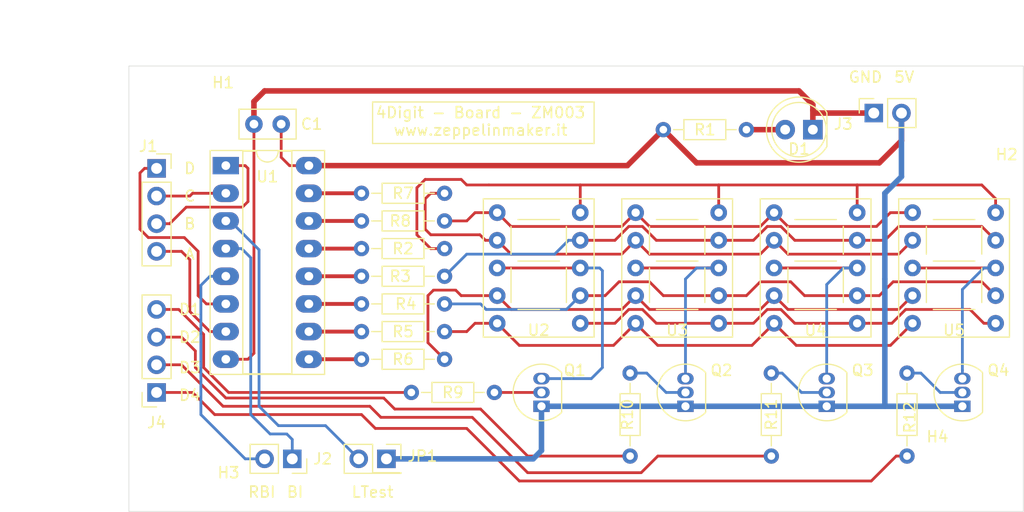
<source format=kicad_pcb>
(kicad_pcb (version 20171130) (host pcbnew "(5.1.4-0-10_14)")

  (general
    (thickness 1.6)
    (drawings 24)
    (tracks 271)
    (zones 0)
    (modules 32)
    (nets 37)
  )

  (page A4)
  (layers
    (0 F.Cu signal)
    (31 B.Cu signal)
    (32 B.Adhes user)
    (33 F.Adhes user)
    (34 B.Paste user)
    (35 F.Paste user)
    (36 B.SilkS user)
    (37 F.SilkS user)
    (38 B.Mask user)
    (39 F.Mask user)
    (40 Dwgs.User user)
    (41 Cmts.User user)
    (42 Eco1.User user)
    (43 Eco2.User user)
    (44 Edge.Cuts user)
    (45 Margin user)
    (46 B.CrtYd user)
    (47 F.CrtYd user)
    (48 B.Fab user)
    (49 F.Fab user hide)
  )

  (setup
    (last_trace_width 0.25)
    (user_trace_width 0.254)
    (user_trace_width 0.3556)
    (user_trace_width 0.508)
    (trace_clearance 0.2)
    (zone_clearance 0.508)
    (zone_45_only no)
    (trace_min 0.2)
    (via_size 0.8)
    (via_drill 0.4)
    (via_min_size 0.4)
    (via_min_drill 0.3)
    (uvia_size 0.3)
    (uvia_drill 0.1)
    (uvias_allowed no)
    (uvia_min_size 0.2)
    (uvia_min_drill 0.1)
    (edge_width 0.05)
    (segment_width 0.2)
    (pcb_text_width 0.3)
    (pcb_text_size 1.5 1.5)
    (mod_edge_width 0.12)
    (mod_text_size 1 1)
    (mod_text_width 0.15)
    (pad_size 1.524 1.524)
    (pad_drill 0.762)
    (pad_to_mask_clearance 0.051)
    (solder_mask_min_width 0.25)
    (aux_axis_origin 0 0)
    (visible_elements FFFFFF7F)
    (pcbplotparams
      (layerselection 0x3ffff_ffffffff)
      (usegerberextensions false)
      (usegerberattributes false)
      (usegerberadvancedattributes false)
      (creategerberjobfile false)
      (excludeedgelayer true)
      (linewidth 0.100000)
      (plotframeref false)
      (viasonmask false)
      (mode 1)
      (useauxorigin false)
      (hpglpennumber 1)
      (hpglpenspeed 20)
      (hpglpendiameter 15.000000)
      (psnegative false)
      (psa4output false)
      (plotreference true)
      (plotvalue true)
      (plotinvisibletext false)
      (padsonsilk false)
      (subtractmaskfromsilk false)
      (outputformat 1)
      (mirror false)
      (drillshape 0)
      (scaleselection 1)
      (outputdirectory "7447DisplayGerber/"))
  )

  (net 0 "")
  (net 1 +5V)
  (net 2 GND)
  (net 3 "Net-(D1-Pad2)")
  (net 4 "Net-(J1-Pad4)")
  (net 5 "Net-(J1-Pad3)")
  (net 6 "Net-(J1-Pad2)")
  (net 7 "Net-(J1-Pad1)")
  (net 8 "Net-(J2-Pad2)")
  (net 9 "Net-(J2-Pad1)")
  (net 10 "Net-(J4-Pad1)")
  (net 11 "Net-(J4-Pad2)")
  (net 12 "Net-(J4-Pad3)")
  (net 13 "Net-(J4-Pad4)")
  (net 14 "Net-(JP1-Pad2)")
  (net 15 "Net-(Q1-Pad2)")
  (net 16 "Net-(Q1-Pad3)")
  (net 17 "Net-(Q2-Pad3)")
  (net 18 "Net-(Q2-Pad2)")
  (net 19 "Net-(Q3-Pad2)")
  (net 20 "Net-(Q3-Pad3)")
  (net 21 "Net-(Q4-Pad3)")
  (net 22 "Net-(Q4-Pad2)")
  (net 23 "Net-(R2-Pad1)")
  (net 24 "Net-(R2-Pad2)")
  (net 25 "Net-(R3-Pad2)")
  (net 26 "Net-(R3-Pad1)")
  (net 27 "Net-(R4-Pad1)")
  (net 28 "Net-(R4-Pad2)")
  (net 29 "Net-(R5-Pad2)")
  (net 30 "Net-(R5-Pad1)")
  (net 31 "Net-(R6-Pad1)")
  (net 32 "Net-(R6-Pad2)")
  (net 33 "Net-(R7-Pad2)")
  (net 34 "Net-(R7-Pad1)")
  (net 35 "Net-(R8-Pad1)")
  (net 36 "Net-(R8-Pad2)")

  (net_class Default "This is the default net class."
    (clearance 0.2)
    (trace_width 0.25)
    (via_dia 0.8)
    (via_drill 0.4)
    (uvia_dia 0.3)
    (uvia_drill 0.1)
    (add_net +5V)
    (add_net GND)
    (add_net "Net-(D1-Pad2)")
    (add_net "Net-(J1-Pad1)")
    (add_net "Net-(J1-Pad2)")
    (add_net "Net-(J1-Pad3)")
    (add_net "Net-(J1-Pad4)")
    (add_net "Net-(J2-Pad1)")
    (add_net "Net-(J2-Pad2)")
    (add_net "Net-(J4-Pad1)")
    (add_net "Net-(J4-Pad2)")
    (add_net "Net-(J4-Pad3)")
    (add_net "Net-(J4-Pad4)")
    (add_net "Net-(JP1-Pad2)")
    (add_net "Net-(Q1-Pad2)")
    (add_net "Net-(Q1-Pad3)")
    (add_net "Net-(Q2-Pad2)")
    (add_net "Net-(Q2-Pad3)")
    (add_net "Net-(Q3-Pad2)")
    (add_net "Net-(Q3-Pad3)")
    (add_net "Net-(Q4-Pad2)")
    (add_net "Net-(Q4-Pad3)")
    (add_net "Net-(R2-Pad1)")
    (add_net "Net-(R2-Pad2)")
    (add_net "Net-(R3-Pad1)")
    (add_net "Net-(R3-Pad2)")
    (add_net "Net-(R4-Pad1)")
    (add_net "Net-(R4-Pad2)")
    (add_net "Net-(R5-Pad1)")
    (add_net "Net-(R5-Pad2)")
    (add_net "Net-(R6-Pad1)")
    (add_net "Net-(R6-Pad2)")
    (add_net "Net-(R7-Pad1)")
    (add_net "Net-(R7-Pad2)")
    (add_net "Net-(R8-Pad1)")
    (add_net "Net-(R8-Pad2)")
  )

  (module Capacitor_THT:C_Disc_D5.0mm_W2.5mm_P2.50mm (layer F.Cu) (tedit 5AE50EF0) (tstamp 60187AC9)
    (at 93.218 23.622 180)
    (descr "C, Disc series, Radial, pin pitch=2.50mm, , diameter*width=5*2.5mm^2, Capacitor, http://cdn-reichelt.de/documents/datenblatt/B300/DS_KERKO_TC.pdf")
    (tags "C Disc series Radial pin pitch 2.50mm  diameter 5mm width 2.5mm Capacitor")
    (path /601782A2)
    (fp_text reference C1 (at -2.794 0) (layer F.SilkS)
      (effects (font (size 1 1) (thickness 0.15)))
    )
    (fp_text value 100n (at 1.25 2.5) (layer F.Fab)
      (effects (font (size 1 1) (thickness 0.15)))
    )
    (fp_line (start -1.25 -1.25) (end -1.25 1.25) (layer F.Fab) (width 0.1))
    (fp_line (start -1.25 1.25) (end 3.75 1.25) (layer F.Fab) (width 0.1))
    (fp_line (start 3.75 1.25) (end 3.75 -1.25) (layer F.Fab) (width 0.1))
    (fp_line (start 3.75 -1.25) (end -1.25 -1.25) (layer F.Fab) (width 0.1))
    (fp_line (start -1.37 -1.37) (end 3.87 -1.37) (layer F.SilkS) (width 0.12))
    (fp_line (start -1.37 1.37) (end 3.87 1.37) (layer F.SilkS) (width 0.12))
    (fp_line (start -1.37 -1.37) (end -1.37 1.37) (layer F.SilkS) (width 0.12))
    (fp_line (start 3.87 -1.37) (end 3.87 1.37) (layer F.SilkS) (width 0.12))
    (fp_line (start -1.5 -1.5) (end -1.5 1.5) (layer F.CrtYd) (width 0.05))
    (fp_line (start -1.5 1.5) (end 4 1.5) (layer F.CrtYd) (width 0.05))
    (fp_line (start 4 1.5) (end 4 -1.5) (layer F.CrtYd) (width 0.05))
    (fp_line (start 4 -1.5) (end -1.5 -1.5) (layer F.CrtYd) (width 0.05))
    (fp_text user %R (at 1.25 0) (layer F.Fab)
      (effects (font (size 1 1) (thickness 0.15)))
    )
    (pad 1 thru_hole circle (at 0 0 180) (size 1.6 1.6) (drill 0.8) (layers *.Cu *.Mask)
      (net 1 +5V))
    (pad 2 thru_hole circle (at 2.5 0 180) (size 1.6 1.6) (drill 0.8) (layers *.Cu *.Mask)
      (net 2 GND))
    (model ${KISYS3DMOD}/Capacitor_THT.3dshapes/C_Disc_D5.0mm_W2.5mm_P2.50mm.wrl
      (at (xyz 0 0 0))
      (scale (xyz 1 1 1))
      (rotate (xyz 0 0 0))
    )
  )

  (module LED_THT:LED_D5.0mm (layer F.Cu) (tedit 5995936A) (tstamp 60187ADB)
    (at 141.986 24.13 180)
    (descr "LED, diameter 5.0mm, 2 pins, http://cdn-reichelt.de/documents/datenblatt/A500/LL-504BC2E-009.pdf")
    (tags "LED diameter 5.0mm 2 pins")
    (path /60175B9F)
    (fp_text reference D1 (at 1.27 -1.778) (layer F.SilkS)
      (effects (font (size 1 1) (thickness 0.15)))
    )
    (fp_text value LED (at 1.27 3.96) (layer F.Fab)
      (effects (font (size 1 1) (thickness 0.15)))
    )
    (fp_arc (start 1.27 0) (end -1.23 -1.469694) (angle 299.1) (layer F.Fab) (width 0.1))
    (fp_arc (start 1.27 0) (end -1.29 -1.54483) (angle 148.9) (layer F.SilkS) (width 0.12))
    (fp_arc (start 1.27 0) (end -1.29 1.54483) (angle -148.9) (layer F.SilkS) (width 0.12))
    (fp_circle (center 1.27 0) (end 3.77 0) (layer F.Fab) (width 0.1))
    (fp_circle (center 1.27 0) (end 3.77 0) (layer F.SilkS) (width 0.12))
    (fp_line (start -1.23 -1.469694) (end -1.23 1.469694) (layer F.Fab) (width 0.1))
    (fp_line (start -1.29 -1.545) (end -1.29 1.545) (layer F.SilkS) (width 0.12))
    (fp_line (start -1.95 -3.25) (end -1.95 3.25) (layer F.CrtYd) (width 0.05))
    (fp_line (start -1.95 3.25) (end 4.5 3.25) (layer F.CrtYd) (width 0.05))
    (fp_line (start 4.5 3.25) (end 4.5 -3.25) (layer F.CrtYd) (width 0.05))
    (fp_line (start 4.5 -3.25) (end -1.95 -3.25) (layer F.CrtYd) (width 0.05))
    (fp_text user %R (at 1.25 0) (layer F.Fab)
      (effects (font (size 0.8 0.8) (thickness 0.2)))
    )
    (pad 1 thru_hole rect (at 0 0 180) (size 1.8 1.8) (drill 0.9) (layers *.Cu *.Mask)
      (net 2 GND))
    (pad 2 thru_hole circle (at 2.54 0 180) (size 1.8 1.8) (drill 0.9) (layers *.Cu *.Mask)
      (net 3 "Net-(D1-Pad2)"))
    (model ${KISYS3DMOD}/LED_THT.3dshapes/LED_D5.0mm.wrl
      (at (xyz 0 0 0))
      (scale (xyz 1 1 1))
      (rotate (xyz 0 0 0))
    )
  )

  (module MountingHole:MountingHole_3.2mm_M3 (layer F.Cu) (tedit 56D1B4CB) (tstamp 60187AE3)
    (at 83.82 22.352)
    (descr "Mounting Hole 3.2mm, no annular, M3")
    (tags "mounting hole 3.2mm no annular m3")
    (path /601F2E5F)
    (attr virtual)
    (fp_text reference H1 (at 4.064 -2.54) (layer F.SilkS)
      (effects (font (size 1 1) (thickness 0.15)))
    )
    (fp_text value MountingHole (at 0 4.2) (layer F.Fab)
      (effects (font (size 1 1) (thickness 0.15)))
    )
    (fp_text user %R (at -0.508 -0.762) (layer F.Fab)
      (effects (font (size 1 1) (thickness 0.15)))
    )
    (fp_circle (center 0 0) (end 3.2 0) (layer Cmts.User) (width 0.15))
    (fp_circle (center 0 0) (end 3.45 0) (layer F.CrtYd) (width 0.05))
    (pad 1 np_thru_hole circle (at 0 0) (size 3.2 3.2) (drill 3.2) (layers *.Cu *.Mask))
  )

  (module MountingHole:MountingHole_3.2mm_M3 (layer F.Cu) (tedit 56D1B4CB) (tstamp 60187AEB)
    (at 157.226 22.606)
    (descr "Mounting Hole 3.2mm, no annular, M3")
    (tags "mounting hole 3.2mm no annular m3")
    (path /601F4834)
    (attr virtual)
    (fp_text reference H2 (at 2.54 3.81) (layer F.SilkS)
      (effects (font (size 1 1) (thickness 0.15)))
    )
    (fp_text value MountingHole (at 0 4.2) (layer F.Fab)
      (effects (font (size 1 1) (thickness 0.15)))
    )
    (fp_circle (center 0 0) (end 3.45 0) (layer F.CrtYd) (width 0.05))
    (fp_circle (center 0 0) (end 3.2 0) (layer Cmts.User) (width 0.15))
    (fp_text user %R (at 0.3 0) (layer F.Fab)
      (effects (font (size 1 1) (thickness 0.15)))
    )
    (pad 1 np_thru_hole circle (at 0 0) (size 3.2 3.2) (drill 3.2) (layers *.Cu *.Mask))
  )

  (module MountingHole:MountingHole_3.2mm_M3 (layer F.Cu) (tedit 56D1B4CB) (tstamp 60187AF3)
    (at 83.82 55.372)
    (descr "Mounting Hole 3.2mm, no annular, M3")
    (tags "mounting hole 3.2mm no annular m3")
    (path /601F518A)
    (attr virtual)
    (fp_text reference H3 (at 4.572 0.254) (layer F.SilkS)
      (effects (font (size 1 1) (thickness 0.15)))
    )
    (fp_text value MountingHole (at 0 4.2) (layer F.Fab)
      (effects (font (size 1 1) (thickness 0.15)))
    )
    (fp_text user %R (at 0.3 0) (layer F.Fab)
      (effects (font (size 1 1) (thickness 0.15)))
    )
    (fp_circle (center 0 0) (end 3.2 0) (layer Cmts.User) (width 0.15))
    (fp_circle (center 0 0) (end 3.45 0) (layer F.CrtYd) (width 0.05))
    (pad 1 np_thru_hole circle (at 0 0) (size 3.2 3.2) (drill 3.2) (layers *.Cu *.Mask))
  )

  (module MountingHole:MountingHole_3.2mm_M3 (layer F.Cu) (tedit 56D1B4CB) (tstamp 60187AFB)
    (at 157.226 55.372)
    (descr "Mounting Hole 3.2mm, no annular, M3")
    (tags "mounting hole 3.2mm no annular m3")
    (path /601F5998)
    (attr virtual)
    (fp_text reference H4 (at -3.81 -3.048) (layer F.SilkS)
      (effects (font (size 1 1) (thickness 0.15)))
    )
    (fp_text value MountingHole (at 0 4.2) (layer F.Fab)
      (effects (font (size 1 1) (thickness 0.15)))
    )
    (fp_circle (center 0 0) (end 3.45 0) (layer F.CrtYd) (width 0.05))
    (fp_circle (center 0 0) (end 3.2 0) (layer Cmts.User) (width 0.15))
    (fp_text user %R (at 0.3 0) (layer F.Fab)
      (effects (font (size 1 1) (thickness 0.15)))
    )
    (pad 1 np_thru_hole circle (at 0 0) (size 3.2 3.2) (drill 3.2) (layers *.Cu *.Mask))
  )

  (module Connector_PinSocket_2.54mm:PinSocket_1x04_P2.54mm_Vertical (layer F.Cu) (tedit 5A19A429) (tstamp 60187B13)
    (at 81.788 27.686)
    (descr "Through hole straight socket strip, 1x04, 2.54mm pitch, single row (from Kicad 4.0.7), script generated")
    (tags "Through hole socket strip THT 1x04 2.54mm single row")
    (path /60179A17)
    (fp_text reference J1 (at -0.762 -2.032) (layer F.SilkS)
      (effects (font (size 1 1) (thickness 0.15)))
    )
    (fp_text value Conn_01x04_Female (at 0 10.39) (layer F.Fab)
      (effects (font (size 1 1) (thickness 0.15)))
    )
    (fp_text user %R (at 0 3.81 90) (layer F.Fab)
      (effects (font (size 1 1) (thickness 0.15)))
    )
    (fp_line (start -1.8 9.4) (end -1.8 -1.8) (layer F.CrtYd) (width 0.05))
    (fp_line (start 1.75 9.4) (end -1.8 9.4) (layer F.CrtYd) (width 0.05))
    (fp_line (start 1.75 -1.8) (end 1.75 9.4) (layer F.CrtYd) (width 0.05))
    (fp_line (start -1.8 -1.8) (end 1.75 -1.8) (layer F.CrtYd) (width 0.05))
    (fp_line (start 0 -1.33) (end 1.33 -1.33) (layer F.SilkS) (width 0.12))
    (fp_line (start 1.33 -1.33) (end 1.33 0) (layer F.SilkS) (width 0.12))
    (fp_line (start 1.33 1.27) (end 1.33 8.95) (layer F.SilkS) (width 0.12))
    (fp_line (start -1.33 8.95) (end 1.33 8.95) (layer F.SilkS) (width 0.12))
    (fp_line (start -1.33 1.27) (end -1.33 8.95) (layer F.SilkS) (width 0.12))
    (fp_line (start -1.33 1.27) (end 1.33 1.27) (layer F.SilkS) (width 0.12))
    (fp_line (start -1.27 8.89) (end -1.27 -1.27) (layer F.Fab) (width 0.1))
    (fp_line (start 1.27 8.89) (end -1.27 8.89) (layer F.Fab) (width 0.1))
    (fp_line (start 1.27 -0.635) (end 1.27 8.89) (layer F.Fab) (width 0.1))
    (fp_line (start 0.635 -1.27) (end 1.27 -0.635) (layer F.Fab) (width 0.1))
    (fp_line (start -1.27 -1.27) (end 0.635 -1.27) (layer F.Fab) (width 0.1))
    (pad 4 thru_hole oval (at 0 7.62) (size 1.7 1.7) (drill 1) (layers *.Cu *.Mask)
      (net 4 "Net-(J1-Pad4)"))
    (pad 3 thru_hole oval (at 0 5.08) (size 1.7 1.7) (drill 1) (layers *.Cu *.Mask)
      (net 5 "Net-(J1-Pad3)"))
    (pad 2 thru_hole oval (at 0 2.54) (size 1.7 1.7) (drill 1) (layers *.Cu *.Mask)
      (net 6 "Net-(J1-Pad2)"))
    (pad 1 thru_hole rect (at 0 0) (size 1.7 1.7) (drill 1) (layers *.Cu *.Mask)
      (net 7 "Net-(J1-Pad1)"))
    (model ${KISYS3DMOD}/Connector_PinSocket_2.54mm.3dshapes/PinSocket_1x04_P2.54mm_Vertical.wrl
      (at (xyz 0 0 0))
      (scale (xyz 1 1 1))
      (rotate (xyz 0 0 0))
    )
  )

  (module Connector_PinSocket_2.54mm:PinSocket_1x02_P2.54mm_Vertical (layer F.Cu) (tedit 5A19A420) (tstamp 60187B29)
    (at 94.234 54.356 270)
    (descr "Through hole straight socket strip, 1x02, 2.54mm pitch, single row (from Kicad 4.0.7), script generated")
    (tags "Through hole socket strip THT 1x02 2.54mm single row")
    (path /601BFB0C)
    (fp_text reference J2 (at 0 -2.794 180) (layer F.SilkS)
      (effects (font (size 1 1) (thickness 0.15)))
    )
    (fp_text value Conn_01x02_Male (at 0 5.31 90) (layer F.Fab)
      (effects (font (size 1 1) (thickness 0.15)))
    )
    (fp_text user %R (at 0 1.27) (layer F.Fab)
      (effects (font (size 1 1) (thickness 0.15)))
    )
    (fp_line (start -1.8 4.3) (end -1.8 -1.8) (layer F.CrtYd) (width 0.05))
    (fp_line (start 1.75 4.3) (end -1.8 4.3) (layer F.CrtYd) (width 0.05))
    (fp_line (start 1.75 -1.8) (end 1.75 4.3) (layer F.CrtYd) (width 0.05))
    (fp_line (start -1.8 -1.8) (end 1.75 -1.8) (layer F.CrtYd) (width 0.05))
    (fp_line (start 0 -1.33) (end 1.33 -1.33) (layer F.SilkS) (width 0.12))
    (fp_line (start 1.33 -1.33) (end 1.33 0) (layer F.SilkS) (width 0.12))
    (fp_line (start 1.33 1.27) (end 1.33 3.87) (layer F.SilkS) (width 0.12))
    (fp_line (start -1.33 3.87) (end 1.33 3.87) (layer F.SilkS) (width 0.12))
    (fp_line (start -1.33 1.27) (end -1.33 3.87) (layer F.SilkS) (width 0.12))
    (fp_line (start -1.33 1.27) (end 1.33 1.27) (layer F.SilkS) (width 0.12))
    (fp_line (start -1.27 3.81) (end -1.27 -1.27) (layer F.Fab) (width 0.1))
    (fp_line (start 1.27 3.81) (end -1.27 3.81) (layer F.Fab) (width 0.1))
    (fp_line (start 1.27 -0.635) (end 1.27 3.81) (layer F.Fab) (width 0.1))
    (fp_line (start 0.635 -1.27) (end 1.27 -0.635) (layer F.Fab) (width 0.1))
    (fp_line (start -1.27 -1.27) (end 0.635 -1.27) (layer F.Fab) (width 0.1))
    (pad 2 thru_hole oval (at 0 2.54 270) (size 1.7 1.7) (drill 1) (layers *.Cu *.Mask)
      (net 8 "Net-(J2-Pad2)"))
    (pad 1 thru_hole rect (at 0 0 270) (size 1.7 1.7) (drill 1) (layers *.Cu *.Mask)
      (net 9 "Net-(J2-Pad1)"))
    (model ${KISYS3DMOD}/Connector_PinSocket_2.54mm.3dshapes/PinSocket_1x02_P2.54mm_Vertical.wrl
      (at (xyz 0 0 0))
      (scale (xyz 1 1 1))
      (rotate (xyz 0 0 0))
    )
  )

  (module Connector_PinSocket_2.54mm:PinSocket_1x02_P2.54mm_Vertical (layer F.Cu) (tedit 5A19A420) (tstamp 60187B3F)
    (at 147.574 22.606 90)
    (descr "Through hole straight socket strip, 1x02, 2.54mm pitch, single row (from Kicad 4.0.7), script generated")
    (tags "Through hole socket strip THT 1x02 2.54mm single row")
    (path /6017AD03)
    (fp_text reference J3 (at -1.016 -2.794 180) (layer F.SilkS)
      (effects (font (size 1 1) (thickness 0.15)))
    )
    (fp_text value Conn_01x02_Female (at 0 5.31 90) (layer F.Fab)
      (effects (font (size 1 1) (thickness 0.15)))
    )
    (fp_line (start -1.27 -1.27) (end 0.635 -1.27) (layer F.Fab) (width 0.1))
    (fp_line (start 0.635 -1.27) (end 1.27 -0.635) (layer F.Fab) (width 0.1))
    (fp_line (start 1.27 -0.635) (end 1.27 3.81) (layer F.Fab) (width 0.1))
    (fp_line (start 1.27 3.81) (end -1.27 3.81) (layer F.Fab) (width 0.1))
    (fp_line (start -1.27 3.81) (end -1.27 -1.27) (layer F.Fab) (width 0.1))
    (fp_line (start -1.33 1.27) (end 1.33 1.27) (layer F.SilkS) (width 0.12))
    (fp_line (start -1.33 1.27) (end -1.33 3.87) (layer F.SilkS) (width 0.12))
    (fp_line (start -1.33 3.87) (end 1.33 3.87) (layer F.SilkS) (width 0.12))
    (fp_line (start 1.33 1.27) (end 1.33 3.87) (layer F.SilkS) (width 0.12))
    (fp_line (start 1.33 -1.33) (end 1.33 0) (layer F.SilkS) (width 0.12))
    (fp_line (start 0 -1.33) (end 1.33 -1.33) (layer F.SilkS) (width 0.12))
    (fp_line (start -1.8 -1.8) (end 1.75 -1.8) (layer F.CrtYd) (width 0.05))
    (fp_line (start 1.75 -1.8) (end 1.75 4.3) (layer F.CrtYd) (width 0.05))
    (fp_line (start 1.75 4.3) (end -1.8 4.3) (layer F.CrtYd) (width 0.05))
    (fp_line (start -1.8 4.3) (end -1.8 -1.8) (layer F.CrtYd) (width 0.05))
    (fp_text user %R (at 0 1.27) (layer F.Fab)
      (effects (font (size 1 1) (thickness 0.15)))
    )
    (pad 1 thru_hole rect (at 0 0 90) (size 1.7 1.7) (drill 1) (layers *.Cu *.Mask)
      (net 2 GND))
    (pad 2 thru_hole oval (at 0 2.54 90) (size 1.7 1.7) (drill 1) (layers *.Cu *.Mask)
      (net 1 +5V))
    (model ${KISYS3DMOD}/Connector_PinSocket_2.54mm.3dshapes/PinSocket_1x02_P2.54mm_Vertical.wrl
      (at (xyz 0 0 0))
      (scale (xyz 1 1 1))
      (rotate (xyz 0 0 0))
    )
  )

  (module Connector_PinSocket_2.54mm:PinSocket_1x04_P2.54mm_Vertical (layer F.Cu) (tedit 5A19A429) (tstamp 60187B57)
    (at 81.788 48.26 180)
    (descr "Through hole straight socket strip, 1x04, 2.54mm pitch, single row (from Kicad 4.0.7), script generated")
    (tags "Through hole socket strip THT 1x04 2.54mm single row")
    (path /60178E8C)
    (fp_text reference J4 (at 0 -2.77) (layer F.SilkS)
      (effects (font (size 1 1) (thickness 0.15)))
    )
    (fp_text value Conn_01x04_Female (at 0 10.39) (layer F.Fab)
      (effects (font (size 1 1) (thickness 0.15)))
    )
    (fp_line (start -1.27 -1.27) (end 0.635 -1.27) (layer F.Fab) (width 0.1))
    (fp_line (start 0.635 -1.27) (end 1.27 -0.635) (layer F.Fab) (width 0.1))
    (fp_line (start 1.27 -0.635) (end 1.27 8.89) (layer F.Fab) (width 0.1))
    (fp_line (start 1.27 8.89) (end -1.27 8.89) (layer F.Fab) (width 0.1))
    (fp_line (start -1.27 8.89) (end -1.27 -1.27) (layer F.Fab) (width 0.1))
    (fp_line (start -1.33 1.27) (end 1.33 1.27) (layer F.SilkS) (width 0.12))
    (fp_line (start -1.33 1.27) (end -1.33 8.95) (layer F.SilkS) (width 0.12))
    (fp_line (start -1.33 8.95) (end 1.33 8.95) (layer F.SilkS) (width 0.12))
    (fp_line (start 1.33 1.27) (end 1.33 8.95) (layer F.SilkS) (width 0.12))
    (fp_line (start 1.33 -1.33) (end 1.33 0) (layer F.SilkS) (width 0.12))
    (fp_line (start 0 -1.33) (end 1.33 -1.33) (layer F.SilkS) (width 0.12))
    (fp_line (start -1.8 -1.8) (end 1.75 -1.8) (layer F.CrtYd) (width 0.05))
    (fp_line (start 1.75 -1.8) (end 1.75 9.4) (layer F.CrtYd) (width 0.05))
    (fp_line (start 1.75 9.4) (end -1.8 9.4) (layer F.CrtYd) (width 0.05))
    (fp_line (start -1.8 9.4) (end -1.8 -1.8) (layer F.CrtYd) (width 0.05))
    (fp_text user %R (at 0 3.81 90) (layer F.Fab)
      (effects (font (size 1 1) (thickness 0.15)))
    )
    (pad 1 thru_hole rect (at 0 0 180) (size 1.7 1.7) (drill 1) (layers *.Cu *.Mask)
      (net 10 "Net-(J4-Pad1)"))
    (pad 2 thru_hole oval (at 0 2.54 180) (size 1.7 1.7) (drill 1) (layers *.Cu *.Mask)
      (net 11 "Net-(J4-Pad2)"))
    (pad 3 thru_hole oval (at 0 5.08 180) (size 1.7 1.7) (drill 1) (layers *.Cu *.Mask)
      (net 12 "Net-(J4-Pad3)"))
    (pad 4 thru_hole oval (at 0 7.62 180) (size 1.7 1.7) (drill 1) (layers *.Cu *.Mask)
      (net 13 "Net-(J4-Pad4)"))
    (model ${KISYS3DMOD}/Connector_PinSocket_2.54mm.3dshapes/PinSocket_1x04_P2.54mm_Vertical.wrl
      (at (xyz 0 0 0))
      (scale (xyz 1 1 1))
      (rotate (xyz 0 0 0))
    )
  )

  (module Connector_PinSocket_2.54mm:PinSocket_2x01_P2.54mm_Vertical (layer F.Cu) (tedit 5A19A420) (tstamp 60187B6F)
    (at 102.87 54.356)
    (descr "Through hole straight socket strip, 2x01, 2.54mm pitch, double cols (from Kicad 4.0.7), script generated")
    (tags "Through hole socket strip THT 2x01 2.54mm double row")
    (path /601BDF99)
    (fp_text reference JP1 (at 3.302 -0.254) (layer F.SilkS)
      (effects (font (size 1 1) (thickness 0.15)))
    )
    (fp_text value Jumper (at -1.27 2.77) (layer F.Fab)
      (effects (font (size 1 1) (thickness 0.15)))
    )
    (fp_line (start -3.81 -1.27) (end 0.635 -1.27) (layer F.Fab) (width 0.1))
    (fp_line (start 0.635 -1.27) (end 1.27 -0.635) (layer F.Fab) (width 0.1))
    (fp_line (start 1.27 -0.635) (end 1.27 1.27) (layer F.Fab) (width 0.1))
    (fp_line (start 1.27 1.27) (end -3.81 1.27) (layer F.Fab) (width 0.1))
    (fp_line (start -3.81 1.27) (end -3.81 -1.27) (layer F.Fab) (width 0.1))
    (fp_line (start -3.87 -1.33) (end -1.27 -1.33) (layer F.SilkS) (width 0.12))
    (fp_line (start -3.87 -1.33) (end -3.87 1.33) (layer F.SilkS) (width 0.12))
    (fp_line (start -3.87 1.33) (end 1.33 1.33) (layer F.SilkS) (width 0.12))
    (fp_line (start 1.33 1.27) (end 1.33 1.33) (layer F.SilkS) (width 0.12))
    (fp_line (start -1.27 1.27) (end 1.33 1.27) (layer F.SilkS) (width 0.12))
    (fp_line (start -1.27 -1.33) (end -1.27 1.27) (layer F.SilkS) (width 0.12))
    (fp_line (start 1.33 -1.33) (end 1.33 0) (layer F.SilkS) (width 0.12))
    (fp_line (start 0 -1.33) (end 1.33 -1.33) (layer F.SilkS) (width 0.12))
    (fp_line (start -4.34 -1.8) (end 1.76 -1.8) (layer F.CrtYd) (width 0.05))
    (fp_line (start 1.76 -1.8) (end 1.76 1.75) (layer F.CrtYd) (width 0.05))
    (fp_line (start 1.76 1.75) (end -4.34 1.75) (layer F.CrtYd) (width 0.05))
    (fp_line (start -4.34 1.75) (end -4.34 -1.8) (layer F.CrtYd) (width 0.05))
    (fp_text user %R (at -1.27 0) (layer F.Fab)
      (effects (font (size 1 1) (thickness 0.15)))
    )
    (pad 1 thru_hole rect (at 0 0) (size 1.7 1.7) (drill 1) (layers *.Cu *.Mask)
      (net 1 +5V))
    (pad 2 thru_hole oval (at -2.54 0) (size 1.7 1.7) (drill 1) (layers *.Cu *.Mask)
      (net 14 "Net-(JP1-Pad2)"))
    (model ${KISYS3DMOD}/Connector_PinSocket_2.54mm.3dshapes/PinSocket_2x01_P2.54mm_Vertical.wrl
      (at (xyz 0 0 0))
      (scale (xyz 1 1 1))
      (rotate (xyz 0 0 0))
    )
  )

  (module Package_TO_SOT_THT:TO-92_Inline (layer F.Cu) (tedit 5A1DD157) (tstamp 60187B81)
    (at 117.094 49.53 90)
    (descr "TO-92 leads in-line, narrow, oval pads, drill 0.75mm (see NXP sot054_po.pdf)")
    (tags "to-92 sc-43 sc-43a sot54 PA33 transistor")
    (path /6016FA27)
    (fp_text reference Q1 (at 3.302 3.048 180) (layer F.SilkS)
      (effects (font (size 1 1) (thickness 0.15)))
    )
    (fp_text value 2N3906 (at 1.27 2.79 90) (layer F.Fab)
      (effects (font (size 1 1) (thickness 0.15)))
    )
    (fp_text user %R (at 1.27 -3.56 90) (layer F.Fab)
      (effects (font (size 1 1) (thickness 0.15)))
    )
    (fp_line (start -0.53 1.85) (end 3.07 1.85) (layer F.SilkS) (width 0.12))
    (fp_line (start -0.5 1.75) (end 3 1.75) (layer F.Fab) (width 0.1))
    (fp_line (start -1.46 -2.73) (end 4 -2.73) (layer F.CrtYd) (width 0.05))
    (fp_line (start -1.46 -2.73) (end -1.46 2.01) (layer F.CrtYd) (width 0.05))
    (fp_line (start 4 2.01) (end 4 -2.73) (layer F.CrtYd) (width 0.05))
    (fp_line (start 4 2.01) (end -1.46 2.01) (layer F.CrtYd) (width 0.05))
    (fp_arc (start 1.27 0) (end 1.27 -2.48) (angle 135) (layer F.Fab) (width 0.1))
    (fp_arc (start 1.27 0) (end 1.27 -2.6) (angle -135) (layer F.SilkS) (width 0.12))
    (fp_arc (start 1.27 0) (end 1.27 -2.48) (angle -135) (layer F.Fab) (width 0.1))
    (fp_arc (start 1.27 0) (end 1.27 -2.6) (angle 135) (layer F.SilkS) (width 0.12))
    (pad 2 thru_hole oval (at 1.27 0 90) (size 1.05 1.5) (drill 0.75) (layers *.Cu *.Mask)
      (net 15 "Net-(Q1-Pad2)"))
    (pad 3 thru_hole oval (at 2.54 0 90) (size 1.05 1.5) (drill 0.75) (layers *.Cu *.Mask)
      (net 16 "Net-(Q1-Pad3)"))
    (pad 1 thru_hole rect (at 0 0 90) (size 1.05 1.5) (drill 0.75) (layers *.Cu *.Mask)
      (net 1 +5V))
    (model ${KISYS3DMOD}/Package_TO_SOT_THT.3dshapes/TO-92_Inline.wrl
      (at (xyz 0 0 0))
      (scale (xyz 1 1 1))
      (rotate (xyz 0 0 0))
    )
  )

  (module Package_TO_SOT_THT:TO-92_Inline (layer F.Cu) (tedit 5A1DD157) (tstamp 60187B93)
    (at 130.302 49.53 90)
    (descr "TO-92 leads in-line, narrow, oval pads, drill 0.75mm (see NXP sot054_po.pdf)")
    (tags "to-92 sc-43 sc-43a sot54 PA33 transistor")
    (path /601704B2)
    (fp_text reference Q2 (at 3.302 3.302 180) (layer F.SilkS)
      (effects (font (size 1 1) (thickness 0.15)))
    )
    (fp_text value 2N3906 (at 1.27 2.79 90) (layer F.Fab)
      (effects (font (size 1 1) (thickness 0.15)))
    )
    (fp_arc (start 1.27 0) (end 1.27 -2.6) (angle 135) (layer F.SilkS) (width 0.12))
    (fp_arc (start 1.27 0) (end 1.27 -2.48) (angle -135) (layer F.Fab) (width 0.1))
    (fp_arc (start 1.27 0) (end 1.27 -2.6) (angle -135) (layer F.SilkS) (width 0.12))
    (fp_arc (start 1.27 0) (end 1.27 -2.48) (angle 135) (layer F.Fab) (width 0.1))
    (fp_line (start 4 2.01) (end -1.46 2.01) (layer F.CrtYd) (width 0.05))
    (fp_line (start 4 2.01) (end 4 -2.73) (layer F.CrtYd) (width 0.05))
    (fp_line (start -1.46 -2.73) (end -1.46 2.01) (layer F.CrtYd) (width 0.05))
    (fp_line (start -1.46 -2.73) (end 4 -2.73) (layer F.CrtYd) (width 0.05))
    (fp_line (start -0.5 1.75) (end 3 1.75) (layer F.Fab) (width 0.1))
    (fp_line (start -0.53 1.85) (end 3.07 1.85) (layer F.SilkS) (width 0.12))
    (fp_text user %R (at 1.27 -3.56 90) (layer F.Fab)
      (effects (font (size 1 1) (thickness 0.15)))
    )
    (pad 1 thru_hole rect (at 0 0 90) (size 1.05 1.5) (drill 0.75) (layers *.Cu *.Mask)
      (net 1 +5V))
    (pad 3 thru_hole oval (at 2.54 0 90) (size 1.05 1.5) (drill 0.75) (layers *.Cu *.Mask)
      (net 17 "Net-(Q2-Pad3)"))
    (pad 2 thru_hole oval (at 1.27 0 90) (size 1.05 1.5) (drill 0.75) (layers *.Cu *.Mask)
      (net 18 "Net-(Q2-Pad2)"))
    (model ${KISYS3DMOD}/Package_TO_SOT_THT.3dshapes/TO-92_Inline.wrl
      (at (xyz 0 0 0))
      (scale (xyz 1 1 1))
      (rotate (xyz 0 0 0))
    )
  )

  (module Package_TO_SOT_THT:TO-92_Inline (layer F.Cu) (tedit 5A1DD157) (tstamp 60187BA5)
    (at 143.256 49.53 90)
    (descr "TO-92 leads in-line, narrow, oval pads, drill 0.75mm (see NXP sot054_po.pdf)")
    (tags "to-92 sc-43 sc-43a sot54 PA33 transistor")
    (path /601706F3)
    (fp_text reference Q3 (at 3.302 3.302 180) (layer F.SilkS)
      (effects (font (size 1 1) (thickness 0.15)))
    )
    (fp_text value 2N3906 (at 1.27 2.79 90) (layer F.Fab)
      (effects (font (size 1 1) (thickness 0.15)))
    )
    (fp_text user %R (at 1.27 -3.56 90) (layer F.Fab)
      (effects (font (size 1 1) (thickness 0.15)))
    )
    (fp_line (start -0.53 1.85) (end 3.07 1.85) (layer F.SilkS) (width 0.12))
    (fp_line (start -0.5 1.75) (end 3 1.75) (layer F.Fab) (width 0.1))
    (fp_line (start -1.46 -2.73) (end 4 -2.73) (layer F.CrtYd) (width 0.05))
    (fp_line (start -1.46 -2.73) (end -1.46 2.01) (layer F.CrtYd) (width 0.05))
    (fp_line (start 4 2.01) (end 4 -2.73) (layer F.CrtYd) (width 0.05))
    (fp_line (start 4 2.01) (end -1.46 2.01) (layer F.CrtYd) (width 0.05))
    (fp_arc (start 1.27 0) (end 1.27 -2.48) (angle 135) (layer F.Fab) (width 0.1))
    (fp_arc (start 1.27 0) (end 1.27 -2.6) (angle -135) (layer F.SilkS) (width 0.12))
    (fp_arc (start 1.27 0) (end 1.27 -2.48) (angle -135) (layer F.Fab) (width 0.1))
    (fp_arc (start 1.27 0) (end 1.27 -2.6) (angle 135) (layer F.SilkS) (width 0.12))
    (pad 2 thru_hole oval (at 1.27 0 90) (size 1.05 1.5) (drill 0.75) (layers *.Cu *.Mask)
      (net 19 "Net-(Q3-Pad2)"))
    (pad 3 thru_hole oval (at 2.54 0 90) (size 1.05 1.5) (drill 0.75) (layers *.Cu *.Mask)
      (net 20 "Net-(Q3-Pad3)"))
    (pad 1 thru_hole rect (at 0 0 90) (size 1.05 1.5) (drill 0.75) (layers *.Cu *.Mask)
      (net 1 +5V))
    (model ${KISYS3DMOD}/Package_TO_SOT_THT.3dshapes/TO-92_Inline.wrl
      (at (xyz 0 0 0))
      (scale (xyz 1 1 1))
      (rotate (xyz 0 0 0))
    )
  )

  (module Package_TO_SOT_THT:TO-92_Inline (layer F.Cu) (tedit 5A1DD157) (tstamp 60187BB7)
    (at 155.702 49.53 90)
    (descr "TO-92 leads in-line, narrow, oval pads, drill 0.75mm (see NXP sot054_po.pdf)")
    (tags "to-92 sc-43 sc-43a sot54 PA33 transistor")
    (path /6017089D)
    (fp_text reference Q4 (at 3.302 3.302 180) (layer F.SilkS)
      (effects (font (size 1 1) (thickness 0.15)))
    )
    (fp_text value 2N3906 (at 1.27 2.79 90) (layer F.Fab)
      (effects (font (size 1 1) (thickness 0.15)))
    )
    (fp_arc (start 1.27 0) (end 1.27 -2.6) (angle 135) (layer F.SilkS) (width 0.12))
    (fp_arc (start 1.27 0) (end 1.27 -2.48) (angle -135) (layer F.Fab) (width 0.1))
    (fp_arc (start 1.27 0) (end 1.27 -2.6) (angle -135) (layer F.SilkS) (width 0.12))
    (fp_arc (start 1.27 0) (end 1.27 -2.48) (angle 135) (layer F.Fab) (width 0.1))
    (fp_line (start 4 2.01) (end -1.46 2.01) (layer F.CrtYd) (width 0.05))
    (fp_line (start 4 2.01) (end 4 -2.73) (layer F.CrtYd) (width 0.05))
    (fp_line (start -1.46 -2.73) (end -1.46 2.01) (layer F.CrtYd) (width 0.05))
    (fp_line (start -1.46 -2.73) (end 4 -2.73) (layer F.CrtYd) (width 0.05))
    (fp_line (start -0.5 1.75) (end 3 1.75) (layer F.Fab) (width 0.1))
    (fp_line (start -0.53 1.85) (end 3.07 1.85) (layer F.SilkS) (width 0.12))
    (fp_text user %R (at 1.27 -3.56 90) (layer F.Fab)
      (effects (font (size 1 1) (thickness 0.15)))
    )
    (pad 1 thru_hole rect (at 0 0 90) (size 1.05 1.5) (drill 0.75) (layers *.Cu *.Mask)
      (net 1 +5V))
    (pad 3 thru_hole oval (at 2.54 0 90) (size 1.05 1.5) (drill 0.75) (layers *.Cu *.Mask)
      (net 21 "Net-(Q4-Pad3)"))
    (pad 2 thru_hole oval (at 1.27 0 90) (size 1.05 1.5) (drill 0.75) (layers *.Cu *.Mask)
      (net 22 "Net-(Q4-Pad2)"))
    (model ${KISYS3DMOD}/Package_TO_SOT_THT.3dshapes/TO-92_Inline.wrl
      (at (xyz 0 0 0))
      (scale (xyz 1 1 1))
      (rotate (xyz 0 0 0))
    )
  )

  (module Resistor_THT:R_Axial_DIN0204_L3.6mm_D1.6mm_P7.62mm_Horizontal (layer F.Cu) (tedit 5AE5139B) (tstamp 60187BCE)
    (at 135.89 24.13 180)
    (descr "Resistor, Axial_DIN0204 series, Axial, Horizontal, pin pitch=7.62mm, 0.167W, length*diameter=3.6*1.6mm^2, http://cdn-reichelt.de/documents/datenblatt/B400/1_4W%23YAG.pdf")
    (tags "Resistor Axial_DIN0204 series Axial Horizontal pin pitch 7.62mm 0.167W length 3.6mm diameter 1.6mm")
    (path /6017782B)
    (fp_text reference R1 (at 3.81 0) (layer F.SilkS)
      (effects (font (size 1 1) (thickness 0.15)))
    )
    (fp_text value 390 (at 3.81 1.92) (layer F.Fab)
      (effects (font (size 1 1) (thickness 0.15)))
    )
    (fp_text user %R (at 3.81 0) (layer F.Fab)
      (effects (font (size 0.72 0.72) (thickness 0.108)))
    )
    (fp_line (start 8.57 -1.05) (end -0.95 -1.05) (layer F.CrtYd) (width 0.05))
    (fp_line (start 8.57 1.05) (end 8.57 -1.05) (layer F.CrtYd) (width 0.05))
    (fp_line (start -0.95 1.05) (end 8.57 1.05) (layer F.CrtYd) (width 0.05))
    (fp_line (start -0.95 -1.05) (end -0.95 1.05) (layer F.CrtYd) (width 0.05))
    (fp_line (start 6.68 0) (end 5.73 0) (layer F.SilkS) (width 0.12))
    (fp_line (start 0.94 0) (end 1.89 0) (layer F.SilkS) (width 0.12))
    (fp_line (start 5.73 -0.92) (end 1.89 -0.92) (layer F.SilkS) (width 0.12))
    (fp_line (start 5.73 0.92) (end 5.73 -0.92) (layer F.SilkS) (width 0.12))
    (fp_line (start 1.89 0.92) (end 5.73 0.92) (layer F.SilkS) (width 0.12))
    (fp_line (start 1.89 -0.92) (end 1.89 0.92) (layer F.SilkS) (width 0.12))
    (fp_line (start 7.62 0) (end 5.61 0) (layer F.Fab) (width 0.1))
    (fp_line (start 0 0) (end 2.01 0) (layer F.Fab) (width 0.1))
    (fp_line (start 5.61 -0.8) (end 2.01 -0.8) (layer F.Fab) (width 0.1))
    (fp_line (start 5.61 0.8) (end 5.61 -0.8) (layer F.Fab) (width 0.1))
    (fp_line (start 2.01 0.8) (end 5.61 0.8) (layer F.Fab) (width 0.1))
    (fp_line (start 2.01 -0.8) (end 2.01 0.8) (layer F.Fab) (width 0.1))
    (pad 2 thru_hole oval (at 7.62 0 180) (size 1.4 1.4) (drill 0.7) (layers *.Cu *.Mask)
      (net 1 +5V))
    (pad 1 thru_hole circle (at 0 0 180) (size 1.4 1.4) (drill 0.7) (layers *.Cu *.Mask)
      (net 3 "Net-(D1-Pad2)"))
    (model ${KISYS3DMOD}/Resistor_THT.3dshapes/R_Axial_DIN0204_L3.6mm_D1.6mm_P7.62mm_Horizontal.wrl
      (at (xyz 0 0 0))
      (scale (xyz 1 1 1))
      (rotate (xyz 0 0 0))
    )
  )

  (module Resistor_THT:R_Axial_DIN0204_L3.6mm_D1.6mm_P7.62mm_Horizontal (layer F.Cu) (tedit 5AE5139B) (tstamp 60188458)
    (at 108.204 35.052 180)
    (descr "Resistor, Axial_DIN0204 series, Axial, Horizontal, pin pitch=7.62mm, 0.167W, length*diameter=3.6*1.6mm^2, http://cdn-reichelt.de/documents/datenblatt/B400/1_4W%23YAG.pdf")
    (tags "Resistor Axial_DIN0204 series Axial Horizontal pin pitch 7.62mm 0.167W length 3.6mm diameter 1.6mm")
    (path /60177A8F)
    (fp_text reference R2 (at 3.81 0) (layer F.SilkS)
      (effects (font (size 1 1) (thickness 0.15)))
    )
    (fp_text value 470 (at 3.81 1.92) (layer F.Fab)
      (effects (font (size 1 1) (thickness 0.15)))
    )
    (fp_line (start 2.01 -0.8) (end 2.01 0.8) (layer F.Fab) (width 0.1))
    (fp_line (start 2.01 0.8) (end 5.61 0.8) (layer F.Fab) (width 0.1))
    (fp_line (start 5.61 0.8) (end 5.61 -0.8) (layer F.Fab) (width 0.1))
    (fp_line (start 5.61 -0.8) (end 2.01 -0.8) (layer F.Fab) (width 0.1))
    (fp_line (start 0 0) (end 2.01 0) (layer F.Fab) (width 0.1))
    (fp_line (start 7.62 0) (end 5.61 0) (layer F.Fab) (width 0.1))
    (fp_line (start 1.89 -0.92) (end 1.89 0.92) (layer F.SilkS) (width 0.12))
    (fp_line (start 1.89 0.92) (end 5.73 0.92) (layer F.SilkS) (width 0.12))
    (fp_line (start 5.73 0.92) (end 5.73 -0.92) (layer F.SilkS) (width 0.12))
    (fp_line (start 5.73 -0.92) (end 1.89 -0.92) (layer F.SilkS) (width 0.12))
    (fp_line (start 0.94 0) (end 1.89 0) (layer F.SilkS) (width 0.12))
    (fp_line (start 6.68 0) (end 5.73 0) (layer F.SilkS) (width 0.12))
    (fp_line (start -0.95 -1.05) (end -0.95 1.05) (layer F.CrtYd) (width 0.05))
    (fp_line (start -0.95 1.05) (end 8.57 1.05) (layer F.CrtYd) (width 0.05))
    (fp_line (start 8.57 1.05) (end 8.57 -1.05) (layer F.CrtYd) (width 0.05))
    (fp_line (start 8.57 -1.05) (end -0.95 -1.05) (layer F.CrtYd) (width 0.05))
    (fp_text user %R (at 3.81 0) (layer F.Fab)
      (effects (font (size 0.72 0.72) (thickness 0.108)))
    )
    (pad 1 thru_hole circle (at 0 0 180) (size 1.4 1.4) (drill 0.7) (layers *.Cu *.Mask)
      (net 23 "Net-(R2-Pad1)"))
    (pad 2 thru_hole oval (at 7.62 0 180) (size 1.4 1.4) (drill 0.7) (layers *.Cu *.Mask)
      (net 24 "Net-(R2-Pad2)"))
    (model ${KISYS3DMOD}/Resistor_THT.3dshapes/R_Axial_DIN0204_L3.6mm_D1.6mm_P7.62mm_Horizontal.wrl
      (at (xyz 0 0 0))
      (scale (xyz 1 1 1))
      (rotate (xyz 0 0 0))
    )
  )

  (module Resistor_THT:R_Axial_DIN0204_L3.6mm_D1.6mm_P7.62mm_Horizontal (layer F.Cu) (tedit 5AE5139B) (tstamp 60187BFC)
    (at 108.204 37.592 180)
    (descr "Resistor, Axial_DIN0204 series, Axial, Horizontal, pin pitch=7.62mm, 0.167W, length*diameter=3.6*1.6mm^2, http://cdn-reichelt.de/documents/datenblatt/B400/1_4W%23YAG.pdf")
    (tags "Resistor Axial_DIN0204 series Axial Horizontal pin pitch 7.62mm 0.167W length 3.6mm diameter 1.6mm")
    (path /6017626F)
    (fp_text reference R3 (at 4.064 0) (layer F.SilkS)
      (effects (font (size 1 1) (thickness 0.15)))
    )
    (fp_text value 470 (at 3.81 1.92) (layer F.Fab)
      (effects (font (size 1 1) (thickness 0.15)))
    )
    (fp_text user %R (at 3.81 0) (layer F.Fab)
      (effects (font (size 0.72 0.72) (thickness 0.108)))
    )
    (fp_line (start 8.57 -1.05) (end -0.95 -1.05) (layer F.CrtYd) (width 0.05))
    (fp_line (start 8.57 1.05) (end 8.57 -1.05) (layer F.CrtYd) (width 0.05))
    (fp_line (start -0.95 1.05) (end 8.57 1.05) (layer F.CrtYd) (width 0.05))
    (fp_line (start -0.95 -1.05) (end -0.95 1.05) (layer F.CrtYd) (width 0.05))
    (fp_line (start 6.68 0) (end 5.73 0) (layer F.SilkS) (width 0.12))
    (fp_line (start 0.94 0) (end 1.89 0) (layer F.SilkS) (width 0.12))
    (fp_line (start 5.73 -0.92) (end 1.89 -0.92) (layer F.SilkS) (width 0.12))
    (fp_line (start 5.73 0.92) (end 5.73 -0.92) (layer F.SilkS) (width 0.12))
    (fp_line (start 1.89 0.92) (end 5.73 0.92) (layer F.SilkS) (width 0.12))
    (fp_line (start 1.89 -0.92) (end 1.89 0.92) (layer F.SilkS) (width 0.12))
    (fp_line (start 7.62 0) (end 5.61 0) (layer F.Fab) (width 0.1))
    (fp_line (start 0 0) (end 2.01 0) (layer F.Fab) (width 0.1))
    (fp_line (start 5.61 -0.8) (end 2.01 -0.8) (layer F.Fab) (width 0.1))
    (fp_line (start 5.61 0.8) (end 5.61 -0.8) (layer F.Fab) (width 0.1))
    (fp_line (start 2.01 0.8) (end 5.61 0.8) (layer F.Fab) (width 0.1))
    (fp_line (start 2.01 -0.8) (end 2.01 0.8) (layer F.Fab) (width 0.1))
    (pad 2 thru_hole oval (at 7.62 0 180) (size 1.4 1.4) (drill 0.7) (layers *.Cu *.Mask)
      (net 25 "Net-(R3-Pad2)"))
    (pad 1 thru_hole circle (at 0 0 180) (size 1.4 1.4) (drill 0.7) (layers *.Cu *.Mask)
      (net 26 "Net-(R3-Pad1)"))
    (model ${KISYS3DMOD}/Resistor_THT.3dshapes/R_Axial_DIN0204_L3.6mm_D1.6mm_P7.62mm_Horizontal.wrl
      (at (xyz 0 0 0))
      (scale (xyz 1 1 1))
      (rotate (xyz 0 0 0))
    )
  )

  (module Resistor_THT:R_Axial_DIN0204_L3.6mm_D1.6mm_P7.62mm_Horizontal (layer F.Cu) (tedit 5AE5139B) (tstamp 60187C13)
    (at 108.204 40.132 180)
    (descr "Resistor, Axial_DIN0204 series, Axial, Horizontal, pin pitch=7.62mm, 0.167W, length*diameter=3.6*1.6mm^2, http://cdn-reichelt.de/documents/datenblatt/B400/1_4W%23YAG.pdf")
    (tags "Resistor Axial_DIN0204 series Axial Horizontal pin pitch 7.62mm 0.167W length 3.6mm diameter 1.6mm")
    (path /6017673D)
    (fp_text reference R4 (at 3.556 0) (layer F.SilkS)
      (effects (font (size 1 1) (thickness 0.15)))
    )
    (fp_text value 470 (at 3.81 1.92) (layer F.Fab)
      (effects (font (size 1 1) (thickness 0.15)))
    )
    (fp_line (start 2.01 -0.8) (end 2.01 0.8) (layer F.Fab) (width 0.1))
    (fp_line (start 2.01 0.8) (end 5.61 0.8) (layer F.Fab) (width 0.1))
    (fp_line (start 5.61 0.8) (end 5.61 -0.8) (layer F.Fab) (width 0.1))
    (fp_line (start 5.61 -0.8) (end 2.01 -0.8) (layer F.Fab) (width 0.1))
    (fp_line (start 0 0) (end 2.01 0) (layer F.Fab) (width 0.1))
    (fp_line (start 7.62 0) (end 5.61 0) (layer F.Fab) (width 0.1))
    (fp_line (start 1.89 -0.92) (end 1.89 0.92) (layer F.SilkS) (width 0.12))
    (fp_line (start 1.89 0.92) (end 5.73 0.92) (layer F.SilkS) (width 0.12))
    (fp_line (start 5.73 0.92) (end 5.73 -0.92) (layer F.SilkS) (width 0.12))
    (fp_line (start 5.73 -0.92) (end 1.89 -0.92) (layer F.SilkS) (width 0.12))
    (fp_line (start 0.94 0) (end 1.89 0) (layer F.SilkS) (width 0.12))
    (fp_line (start 6.68 0) (end 5.73 0) (layer F.SilkS) (width 0.12))
    (fp_line (start -0.95 -1.05) (end -0.95 1.05) (layer F.CrtYd) (width 0.05))
    (fp_line (start -0.95 1.05) (end 8.57 1.05) (layer F.CrtYd) (width 0.05))
    (fp_line (start 8.57 1.05) (end 8.57 -1.05) (layer F.CrtYd) (width 0.05))
    (fp_line (start 8.57 -1.05) (end -0.95 -1.05) (layer F.CrtYd) (width 0.05))
    (fp_text user %R (at 3.81 0) (layer F.Fab)
      (effects (font (size 0.72 0.72) (thickness 0.108)))
    )
    (pad 1 thru_hole circle (at 0 0 180) (size 1.4 1.4) (drill 0.7) (layers *.Cu *.Mask)
      (net 27 "Net-(R4-Pad1)"))
    (pad 2 thru_hole oval (at 7.62 0 180) (size 1.4 1.4) (drill 0.7) (layers *.Cu *.Mask)
      (net 28 "Net-(R4-Pad2)"))
    (model ${KISYS3DMOD}/Resistor_THT.3dshapes/R_Axial_DIN0204_L3.6mm_D1.6mm_P7.62mm_Horizontal.wrl
      (at (xyz 0 0 0))
      (scale (xyz 1 1 1))
      (rotate (xyz 0 0 0))
    )
  )

  (module Resistor_THT:R_Axial_DIN0204_L3.6mm_D1.6mm_P7.62mm_Horizontal (layer F.Cu) (tedit 5AE5139B) (tstamp 60187C2A)
    (at 108.204 42.672 180)
    (descr "Resistor, Axial_DIN0204 series, Axial, Horizontal, pin pitch=7.62mm, 0.167W, length*diameter=3.6*1.6mm^2, http://cdn-reichelt.de/documents/datenblatt/B400/1_4W%23YAG.pdf")
    (tags "Resistor Axial_DIN0204 series Axial Horizontal pin pitch 7.62mm 0.167W length 3.6mm diameter 1.6mm")
    (path /60176951)
    (fp_text reference R5 (at 3.81 0) (layer F.SilkS)
      (effects (font (size 1 1) (thickness 0.15)))
    )
    (fp_text value 470 (at 3.81 1.92) (layer F.Fab)
      (effects (font (size 1 1) (thickness 0.15)))
    )
    (fp_text user %R (at 3.81 0) (layer F.Fab)
      (effects (font (size 0.72 0.72) (thickness 0.108)))
    )
    (fp_line (start 8.57 -1.05) (end -0.95 -1.05) (layer F.CrtYd) (width 0.05))
    (fp_line (start 8.57 1.05) (end 8.57 -1.05) (layer F.CrtYd) (width 0.05))
    (fp_line (start -0.95 1.05) (end 8.57 1.05) (layer F.CrtYd) (width 0.05))
    (fp_line (start -0.95 -1.05) (end -0.95 1.05) (layer F.CrtYd) (width 0.05))
    (fp_line (start 6.68 0) (end 5.73 0) (layer F.SilkS) (width 0.12))
    (fp_line (start 0.94 0) (end 1.89 0) (layer F.SilkS) (width 0.12))
    (fp_line (start 5.73 -0.92) (end 1.89 -0.92) (layer F.SilkS) (width 0.12))
    (fp_line (start 5.73 0.92) (end 5.73 -0.92) (layer F.SilkS) (width 0.12))
    (fp_line (start 1.89 0.92) (end 5.73 0.92) (layer F.SilkS) (width 0.12))
    (fp_line (start 1.89 -0.92) (end 1.89 0.92) (layer F.SilkS) (width 0.12))
    (fp_line (start 7.62 0) (end 5.61 0) (layer F.Fab) (width 0.1))
    (fp_line (start 0 0) (end 2.01 0) (layer F.Fab) (width 0.1))
    (fp_line (start 5.61 -0.8) (end 2.01 -0.8) (layer F.Fab) (width 0.1))
    (fp_line (start 5.61 0.8) (end 5.61 -0.8) (layer F.Fab) (width 0.1))
    (fp_line (start 2.01 0.8) (end 5.61 0.8) (layer F.Fab) (width 0.1))
    (fp_line (start 2.01 -0.8) (end 2.01 0.8) (layer F.Fab) (width 0.1))
    (pad 2 thru_hole oval (at 7.62 0 180) (size 1.4 1.4) (drill 0.7) (layers *.Cu *.Mask)
      (net 29 "Net-(R5-Pad2)"))
    (pad 1 thru_hole circle (at 0 0 180) (size 1.4 1.4) (drill 0.7) (layers *.Cu *.Mask)
      (net 30 "Net-(R5-Pad1)"))
    (model ${KISYS3DMOD}/Resistor_THT.3dshapes/R_Axial_DIN0204_L3.6mm_D1.6mm_P7.62mm_Horizontal.wrl
      (at (xyz 0 0 0))
      (scale (xyz 1 1 1))
      (rotate (xyz 0 0 0))
    )
  )

  (module Resistor_THT:R_Axial_DIN0204_L3.6mm_D1.6mm_P7.62mm_Horizontal (layer F.Cu) (tedit 5AE5139B) (tstamp 60187C41)
    (at 108.204 45.212 180)
    (descr "Resistor, Axial_DIN0204 series, Axial, Horizontal, pin pitch=7.62mm, 0.167W, length*diameter=3.6*1.6mm^2, http://cdn-reichelt.de/documents/datenblatt/B400/1_4W%23YAG.pdf")
    (tags "Resistor Axial_DIN0204 series Axial Horizontal pin pitch 7.62mm 0.167W length 3.6mm diameter 1.6mm")
    (path /60176BCB)
    (fp_text reference R6 (at 3.81 0) (layer F.SilkS)
      (effects (font (size 1 1) (thickness 0.15)))
    )
    (fp_text value 470 (at 3.81 1.92) (layer F.Fab)
      (effects (font (size 1 1) (thickness 0.15)))
    )
    (fp_line (start 2.01 -0.8) (end 2.01 0.8) (layer F.Fab) (width 0.1))
    (fp_line (start 2.01 0.8) (end 5.61 0.8) (layer F.Fab) (width 0.1))
    (fp_line (start 5.61 0.8) (end 5.61 -0.8) (layer F.Fab) (width 0.1))
    (fp_line (start 5.61 -0.8) (end 2.01 -0.8) (layer F.Fab) (width 0.1))
    (fp_line (start 0 0) (end 2.01 0) (layer F.Fab) (width 0.1))
    (fp_line (start 7.62 0) (end 5.61 0) (layer F.Fab) (width 0.1))
    (fp_line (start 1.89 -0.92) (end 1.89 0.92) (layer F.SilkS) (width 0.12))
    (fp_line (start 1.89 0.92) (end 5.73 0.92) (layer F.SilkS) (width 0.12))
    (fp_line (start 5.73 0.92) (end 5.73 -0.92) (layer F.SilkS) (width 0.12))
    (fp_line (start 5.73 -0.92) (end 1.89 -0.92) (layer F.SilkS) (width 0.12))
    (fp_line (start 0.94 0) (end 1.89 0) (layer F.SilkS) (width 0.12))
    (fp_line (start 6.68 0) (end 5.73 0) (layer F.SilkS) (width 0.12))
    (fp_line (start -0.95 -1.05) (end -0.95 1.05) (layer F.CrtYd) (width 0.05))
    (fp_line (start -0.95 1.05) (end 8.57 1.05) (layer F.CrtYd) (width 0.05))
    (fp_line (start 8.57 1.05) (end 8.57 -1.05) (layer F.CrtYd) (width 0.05))
    (fp_line (start 8.57 -1.05) (end -0.95 -1.05) (layer F.CrtYd) (width 0.05))
    (fp_text user %R (at 3.81 0) (layer F.Fab)
      (effects (font (size 0.72 0.72) (thickness 0.108)))
    )
    (pad 1 thru_hole circle (at 0 0 180) (size 1.4 1.4) (drill 0.7) (layers *.Cu *.Mask)
      (net 31 "Net-(R6-Pad1)"))
    (pad 2 thru_hole oval (at 7.62 0 180) (size 1.4 1.4) (drill 0.7) (layers *.Cu *.Mask)
      (net 32 "Net-(R6-Pad2)"))
    (model ${KISYS3DMOD}/Resistor_THT.3dshapes/R_Axial_DIN0204_L3.6mm_D1.6mm_P7.62mm_Horizontal.wrl
      (at (xyz 0 0 0))
      (scale (xyz 1 1 1))
      (rotate (xyz 0 0 0))
    )
  )

  (module Resistor_THT:R_Axial_DIN0204_L3.6mm_D1.6mm_P7.62mm_Horizontal (layer F.Cu) (tedit 5AE5139B) (tstamp 60187C58)
    (at 108.204 29.972 180)
    (descr "Resistor, Axial_DIN0204 series, Axial, Horizontal, pin pitch=7.62mm, 0.167W, length*diameter=3.6*1.6mm^2, http://cdn-reichelt.de/documents/datenblatt/B400/1_4W%23YAG.pdf")
    (tags "Resistor Axial_DIN0204 series Axial Horizontal pin pitch 7.62mm 0.167W length 3.6mm diameter 1.6mm")
    (path /6017726D)
    (fp_text reference R7 (at 3.81 0) (layer F.SilkS)
      (effects (font (size 1 1) (thickness 0.15)))
    )
    (fp_text value 470 (at 3.81 1.92) (layer F.Fab)
      (effects (font (size 1 1) (thickness 0.15)))
    )
    (fp_text user %R (at 3.81 0) (layer F.Fab)
      (effects (font (size 0.72 0.72) (thickness 0.108)))
    )
    (fp_line (start 8.57 -1.05) (end -0.95 -1.05) (layer F.CrtYd) (width 0.05))
    (fp_line (start 8.57 1.05) (end 8.57 -1.05) (layer F.CrtYd) (width 0.05))
    (fp_line (start -0.95 1.05) (end 8.57 1.05) (layer F.CrtYd) (width 0.05))
    (fp_line (start -0.95 -1.05) (end -0.95 1.05) (layer F.CrtYd) (width 0.05))
    (fp_line (start 6.68 0) (end 5.73 0) (layer F.SilkS) (width 0.12))
    (fp_line (start 0.94 0) (end 1.89 0) (layer F.SilkS) (width 0.12))
    (fp_line (start 5.73 -0.92) (end 1.89 -0.92) (layer F.SilkS) (width 0.12))
    (fp_line (start 5.73 0.92) (end 5.73 -0.92) (layer F.SilkS) (width 0.12))
    (fp_line (start 1.89 0.92) (end 5.73 0.92) (layer F.SilkS) (width 0.12))
    (fp_line (start 1.89 -0.92) (end 1.89 0.92) (layer F.SilkS) (width 0.12))
    (fp_line (start 7.62 0) (end 5.61 0) (layer F.Fab) (width 0.1))
    (fp_line (start 0 0) (end 2.01 0) (layer F.Fab) (width 0.1))
    (fp_line (start 5.61 -0.8) (end 2.01 -0.8) (layer F.Fab) (width 0.1))
    (fp_line (start 5.61 0.8) (end 5.61 -0.8) (layer F.Fab) (width 0.1))
    (fp_line (start 2.01 0.8) (end 5.61 0.8) (layer F.Fab) (width 0.1))
    (fp_line (start 2.01 -0.8) (end 2.01 0.8) (layer F.Fab) (width 0.1))
    (pad 2 thru_hole oval (at 7.62 0 180) (size 1.4 1.4) (drill 0.7) (layers *.Cu *.Mask)
      (net 33 "Net-(R7-Pad2)"))
    (pad 1 thru_hole circle (at 0 0 180) (size 1.4 1.4) (drill 0.7) (layers *.Cu *.Mask)
      (net 34 "Net-(R7-Pad1)"))
    (model ${KISYS3DMOD}/Resistor_THT.3dshapes/R_Axial_DIN0204_L3.6mm_D1.6mm_P7.62mm_Horizontal.wrl
      (at (xyz 0 0 0))
      (scale (xyz 1 1 1))
      (rotate (xyz 0 0 0))
    )
  )

  (module Resistor_THT:R_Axial_DIN0204_L3.6mm_D1.6mm_P7.62mm_Horizontal (layer F.Cu) (tedit 5AE5139B) (tstamp 60187C6F)
    (at 108.204 32.512 180)
    (descr "Resistor, Axial_DIN0204 series, Axial, Horizontal, pin pitch=7.62mm, 0.167W, length*diameter=3.6*1.6mm^2, http://cdn-reichelt.de/documents/datenblatt/B400/1_4W%23YAG.pdf")
    (tags "Resistor Axial_DIN0204 series Axial Horizontal pin pitch 7.62mm 0.167W length 3.6mm diameter 1.6mm")
    (path /601775AD)
    (fp_text reference R8 (at 4.064 0) (layer F.SilkS)
      (effects (font (size 1 1) (thickness 0.15)))
    )
    (fp_text value 470 (at 3.81 1.92) (layer F.Fab)
      (effects (font (size 1 1) (thickness 0.15)))
    )
    (fp_line (start 2.01 -0.8) (end 2.01 0.8) (layer F.Fab) (width 0.1))
    (fp_line (start 2.01 0.8) (end 5.61 0.8) (layer F.Fab) (width 0.1))
    (fp_line (start 5.61 0.8) (end 5.61 -0.8) (layer F.Fab) (width 0.1))
    (fp_line (start 5.61 -0.8) (end 2.01 -0.8) (layer F.Fab) (width 0.1))
    (fp_line (start 0 0) (end 2.01 0) (layer F.Fab) (width 0.1))
    (fp_line (start 7.62 0) (end 5.61 0) (layer F.Fab) (width 0.1))
    (fp_line (start 1.89 -0.92) (end 1.89 0.92) (layer F.SilkS) (width 0.12))
    (fp_line (start 1.89 0.92) (end 5.73 0.92) (layer F.SilkS) (width 0.12))
    (fp_line (start 5.73 0.92) (end 5.73 -0.92) (layer F.SilkS) (width 0.12))
    (fp_line (start 5.73 -0.92) (end 1.89 -0.92) (layer F.SilkS) (width 0.12))
    (fp_line (start 0.94 0) (end 1.89 0) (layer F.SilkS) (width 0.12))
    (fp_line (start 6.68 0) (end 5.73 0) (layer F.SilkS) (width 0.12))
    (fp_line (start -0.95 -1.05) (end -0.95 1.05) (layer F.CrtYd) (width 0.05))
    (fp_line (start -0.95 1.05) (end 8.57 1.05) (layer F.CrtYd) (width 0.05))
    (fp_line (start 8.57 1.05) (end 8.57 -1.05) (layer F.CrtYd) (width 0.05))
    (fp_line (start 8.57 -1.05) (end -0.95 -1.05) (layer F.CrtYd) (width 0.05))
    (fp_text user %R (at 3.81 0.254) (layer F.Fab)
      (effects (font (size 0.72 0.72) (thickness 0.108)))
    )
    (pad 1 thru_hole circle (at 0 0 180) (size 1.4 1.4) (drill 0.7) (layers *.Cu *.Mask)
      (net 35 "Net-(R8-Pad1)"))
    (pad 2 thru_hole oval (at 7.62 0 180) (size 1.4 1.4) (drill 0.7) (layers *.Cu *.Mask)
      (net 36 "Net-(R8-Pad2)"))
    (model ${KISYS3DMOD}/Resistor_THT.3dshapes/R_Axial_DIN0204_L3.6mm_D1.6mm_P7.62mm_Horizontal.wrl
      (at (xyz 0 0 0))
      (scale (xyz 1 1 1))
      (rotate (xyz 0 0 0))
    )
  )

  (module Resistor_THT:R_Axial_DIN0204_L3.6mm_D1.6mm_P7.62mm_Horizontal (layer F.Cu) (tedit 5AE5139B) (tstamp 60187C86)
    (at 112.776 48.26 180)
    (descr "Resistor, Axial_DIN0204 series, Axial, Horizontal, pin pitch=7.62mm, 0.167W, length*diameter=3.6*1.6mm^2, http://cdn-reichelt.de/documents/datenblatt/B400/1_4W%23YAG.pdf")
    (tags "Resistor Axial_DIN0204 series Axial Horizontal pin pitch 7.62mm 0.167W length 3.6mm diameter 1.6mm")
    (path /60177F64)
    (fp_text reference R9 (at 3.81 0) (layer F.SilkS)
      (effects (font (size 1 1) (thickness 0.15)))
    )
    (fp_text value 100 (at 3.81 1.92) (layer F.Fab)
      (effects (font (size 1 1) (thickness 0.15)))
    )
    (fp_text user %R (at 3.81 0) (layer F.Fab)
      (effects (font (size 0.72 0.72) (thickness 0.108)))
    )
    (fp_line (start 8.57 -1.05) (end -0.95 -1.05) (layer F.CrtYd) (width 0.05))
    (fp_line (start 8.57 1.05) (end 8.57 -1.05) (layer F.CrtYd) (width 0.05))
    (fp_line (start -0.95 1.05) (end 8.57 1.05) (layer F.CrtYd) (width 0.05))
    (fp_line (start -0.95 -1.05) (end -0.95 1.05) (layer F.CrtYd) (width 0.05))
    (fp_line (start 6.68 0) (end 5.73 0) (layer F.SilkS) (width 0.12))
    (fp_line (start 0.94 0) (end 1.89 0) (layer F.SilkS) (width 0.12))
    (fp_line (start 5.73 -0.92) (end 1.89 -0.92) (layer F.SilkS) (width 0.12))
    (fp_line (start 5.73 0.92) (end 5.73 -0.92) (layer F.SilkS) (width 0.12))
    (fp_line (start 1.89 0.92) (end 5.73 0.92) (layer F.SilkS) (width 0.12))
    (fp_line (start 1.89 -0.92) (end 1.89 0.92) (layer F.SilkS) (width 0.12))
    (fp_line (start 7.62 0) (end 5.61 0) (layer F.Fab) (width 0.1))
    (fp_line (start 0 0) (end 2.01 0) (layer F.Fab) (width 0.1))
    (fp_line (start 5.61 -0.8) (end 2.01 -0.8) (layer F.Fab) (width 0.1))
    (fp_line (start 5.61 0.8) (end 5.61 -0.8) (layer F.Fab) (width 0.1))
    (fp_line (start 2.01 0.8) (end 5.61 0.8) (layer F.Fab) (width 0.1))
    (fp_line (start 2.01 -0.8) (end 2.01 0.8) (layer F.Fab) (width 0.1))
    (pad 2 thru_hole oval (at 7.62 0 180) (size 1.4 1.4) (drill 0.7) (layers *.Cu *.Mask)
      (net 13 "Net-(J4-Pad4)"))
    (pad 1 thru_hole circle (at 0 0 180) (size 1.4 1.4) (drill 0.7) (layers *.Cu *.Mask)
      (net 15 "Net-(Q1-Pad2)"))
    (model ${KISYS3DMOD}/Resistor_THT.3dshapes/R_Axial_DIN0204_L3.6mm_D1.6mm_P7.62mm_Horizontal.wrl
      (at (xyz 0 0 0))
      (scale (xyz 1 1 1))
      (rotate (xyz 0 0 0))
    )
  )

  (module Resistor_THT:R_Axial_DIN0204_L3.6mm_D1.6mm_P7.62mm_Horizontal (layer F.Cu) (tedit 5AE5139B) (tstamp 60187C9D)
    (at 125.222 46.482 270)
    (descr "Resistor, Axial_DIN0204 series, Axial, Horizontal, pin pitch=7.62mm, 0.167W, length*diameter=3.6*1.6mm^2, http://cdn-reichelt.de/documents/datenblatt/B400/1_4W%23YAG.pdf")
    (tags "Resistor Axial_DIN0204 series Axial Horizontal pin pitch 7.62mm 0.167W length 3.6mm diameter 1.6mm")
    (path /601787D9)
    (fp_text reference R10 (at 3.81 0.254 90) (layer F.SilkS)
      (effects (font (size 1 1) (thickness 0.15)))
    )
    (fp_text value 100 (at 3.81 1.92 90) (layer F.Fab)
      (effects (font (size 1 1) (thickness 0.15)))
    )
    (fp_text user %R (at 3.81 0 90) (layer F.Fab)
      (effects (font (size 0.72 0.72) (thickness 0.108)))
    )
    (fp_line (start 8.57 -1.05) (end -0.95 -1.05) (layer F.CrtYd) (width 0.05))
    (fp_line (start 8.57 1.05) (end 8.57 -1.05) (layer F.CrtYd) (width 0.05))
    (fp_line (start -0.95 1.05) (end 8.57 1.05) (layer F.CrtYd) (width 0.05))
    (fp_line (start -0.95 -1.05) (end -0.95 1.05) (layer F.CrtYd) (width 0.05))
    (fp_line (start 6.68 0) (end 5.73 0) (layer F.SilkS) (width 0.12))
    (fp_line (start 0.94 0) (end 1.89 0) (layer F.SilkS) (width 0.12))
    (fp_line (start 5.73 -0.92) (end 1.89 -0.92) (layer F.SilkS) (width 0.12))
    (fp_line (start 5.73 0.92) (end 5.73 -0.92) (layer F.SilkS) (width 0.12))
    (fp_line (start 1.89 0.92) (end 5.73 0.92) (layer F.SilkS) (width 0.12))
    (fp_line (start 1.89 -0.92) (end 1.89 0.92) (layer F.SilkS) (width 0.12))
    (fp_line (start 7.62 0) (end 5.61 0) (layer F.Fab) (width 0.1))
    (fp_line (start 0 0) (end 2.01 0) (layer F.Fab) (width 0.1))
    (fp_line (start 5.61 -0.8) (end 2.01 -0.8) (layer F.Fab) (width 0.1))
    (fp_line (start 5.61 0.8) (end 5.61 -0.8) (layer F.Fab) (width 0.1))
    (fp_line (start 2.01 0.8) (end 5.61 0.8) (layer F.Fab) (width 0.1))
    (fp_line (start 2.01 -0.8) (end 2.01 0.8) (layer F.Fab) (width 0.1))
    (pad 2 thru_hole oval (at 7.62 0 270) (size 1.4 1.4) (drill 0.7) (layers *.Cu *.Mask)
      (net 12 "Net-(J4-Pad3)"))
    (pad 1 thru_hole circle (at 0 0 270) (size 1.4 1.4) (drill 0.7) (layers *.Cu *.Mask)
      (net 18 "Net-(Q2-Pad2)"))
    (model ${KISYS3DMOD}/Resistor_THT.3dshapes/R_Axial_DIN0204_L3.6mm_D1.6mm_P7.62mm_Horizontal.wrl
      (at (xyz 0 0 0))
      (scale (xyz 1 1 1))
      (rotate (xyz 0 0 0))
    )
  )

  (module Resistor_THT:R_Axial_DIN0204_L3.6mm_D1.6mm_P7.62mm_Horizontal (layer F.Cu) (tedit 5AE5139B) (tstamp 60187CB4)
    (at 138.176 46.482 270)
    (descr "Resistor, Axial_DIN0204 series, Axial, Horizontal, pin pitch=7.62mm, 0.167W, length*diameter=3.6*1.6mm^2, http://cdn-reichelt.de/documents/datenblatt/B400/1_4W%23YAG.pdf")
    (tags "Resistor Axial_DIN0204 series Axial Horizontal pin pitch 7.62mm 0.167W length 3.6mm diameter 1.6mm")
    (path /60178AD1)
    (fp_text reference R11 (at 3.81 0 90) (layer F.SilkS)
      (effects (font (size 1 1) (thickness 0.15)))
    )
    (fp_text value 100 (at 3.81 1.92 90) (layer F.Fab)
      (effects (font (size 1 1) (thickness 0.15)))
    )
    (fp_line (start 2.01 -0.8) (end 2.01 0.8) (layer F.Fab) (width 0.1))
    (fp_line (start 2.01 0.8) (end 5.61 0.8) (layer F.Fab) (width 0.1))
    (fp_line (start 5.61 0.8) (end 5.61 -0.8) (layer F.Fab) (width 0.1))
    (fp_line (start 5.61 -0.8) (end 2.01 -0.8) (layer F.Fab) (width 0.1))
    (fp_line (start 0 0) (end 2.01 0) (layer F.Fab) (width 0.1))
    (fp_line (start 7.62 0) (end 5.61 0) (layer F.Fab) (width 0.1))
    (fp_line (start 1.89 -0.92) (end 1.89 0.92) (layer F.SilkS) (width 0.12))
    (fp_line (start 1.89 0.92) (end 5.73 0.92) (layer F.SilkS) (width 0.12))
    (fp_line (start 5.73 0.92) (end 5.73 -0.92) (layer F.SilkS) (width 0.12))
    (fp_line (start 5.73 -0.92) (end 1.89 -0.92) (layer F.SilkS) (width 0.12))
    (fp_line (start 0.94 0) (end 1.89 0) (layer F.SilkS) (width 0.12))
    (fp_line (start 6.68 0) (end 5.73 0) (layer F.SilkS) (width 0.12))
    (fp_line (start -0.95 -1.05) (end -0.95 1.05) (layer F.CrtYd) (width 0.05))
    (fp_line (start -0.95 1.05) (end 8.57 1.05) (layer F.CrtYd) (width 0.05))
    (fp_line (start 8.57 1.05) (end 8.57 -1.05) (layer F.CrtYd) (width 0.05))
    (fp_line (start 8.57 -1.05) (end -0.95 -1.05) (layer F.CrtYd) (width 0.05))
    (fp_text user %R (at 3.81 0 90) (layer F.Fab)
      (effects (font (size 0.72 0.72) (thickness 0.108)))
    )
    (pad 1 thru_hole circle (at 0 0 270) (size 1.4 1.4) (drill 0.7) (layers *.Cu *.Mask)
      (net 19 "Net-(Q3-Pad2)"))
    (pad 2 thru_hole oval (at 7.62 0 270) (size 1.4 1.4) (drill 0.7) (layers *.Cu *.Mask)
      (net 11 "Net-(J4-Pad2)"))
    (model ${KISYS3DMOD}/Resistor_THT.3dshapes/R_Axial_DIN0204_L3.6mm_D1.6mm_P7.62mm_Horizontal.wrl
      (at (xyz 0 0 0))
      (scale (xyz 1 1 1))
      (rotate (xyz 0 0 0))
    )
  )

  (module Resistor_THT:R_Axial_DIN0204_L3.6mm_D1.6mm_P7.62mm_Horizontal (layer F.Cu) (tedit 5AE5139B) (tstamp 60187CCB)
    (at 150.622 46.482 270)
    (descr "Resistor, Axial_DIN0204 series, Axial, Horizontal, pin pitch=7.62mm, 0.167W, length*diameter=3.6*1.6mm^2, http://cdn-reichelt.de/documents/datenblatt/B400/1_4W%23YAG.pdf")
    (tags "Resistor Axial_DIN0204 series Axial Horizontal pin pitch 7.62mm 0.167W length 3.6mm diameter 1.6mm")
    (path /60178488)
    (fp_text reference R12 (at 4.064 -0.254 90) (layer F.SilkS)
      (effects (font (size 1 1) (thickness 0.15)))
    )
    (fp_text value 100 (at 3.81 1.92 90) (layer F.Fab)
      (effects (font (size 1 1) (thickness 0.15)))
    )
    (fp_line (start 2.01 -0.8) (end 2.01 0.8) (layer F.Fab) (width 0.1))
    (fp_line (start 2.01 0.8) (end 5.61 0.8) (layer F.Fab) (width 0.1))
    (fp_line (start 5.61 0.8) (end 5.61 -0.8) (layer F.Fab) (width 0.1))
    (fp_line (start 5.61 -0.8) (end 2.01 -0.8) (layer F.Fab) (width 0.1))
    (fp_line (start 0 0) (end 2.01 0) (layer F.Fab) (width 0.1))
    (fp_line (start 7.62 0) (end 5.61 0) (layer F.Fab) (width 0.1))
    (fp_line (start 1.89 -0.92) (end 1.89 0.92) (layer F.SilkS) (width 0.12))
    (fp_line (start 1.89 0.92) (end 5.73 0.92) (layer F.SilkS) (width 0.12))
    (fp_line (start 5.73 0.92) (end 5.73 -0.92) (layer F.SilkS) (width 0.12))
    (fp_line (start 5.73 -0.92) (end 1.89 -0.92) (layer F.SilkS) (width 0.12))
    (fp_line (start 0.94 0) (end 1.89 0) (layer F.SilkS) (width 0.12))
    (fp_line (start 6.68 0) (end 5.73 0) (layer F.SilkS) (width 0.12))
    (fp_line (start -0.95 -1.05) (end -0.95 1.05) (layer F.CrtYd) (width 0.05))
    (fp_line (start -0.95 1.05) (end 8.57 1.05) (layer F.CrtYd) (width 0.05))
    (fp_line (start 8.57 1.05) (end 8.57 -1.05) (layer F.CrtYd) (width 0.05))
    (fp_line (start 8.57 -1.05) (end -0.95 -1.05) (layer F.CrtYd) (width 0.05))
    (fp_text user %R (at 3.81 0 90) (layer F.Fab)
      (effects (font (size 0.72 0.72) (thickness 0.108)))
    )
    (pad 1 thru_hole circle (at 0 0 270) (size 1.4 1.4) (drill 0.7) (layers *.Cu *.Mask)
      (net 22 "Net-(Q4-Pad2)"))
    (pad 2 thru_hole oval (at 7.62 0 270) (size 1.4 1.4) (drill 0.7) (layers *.Cu *.Mask)
      (net 10 "Net-(J4-Pad1)"))
    (model ${KISYS3DMOD}/Resistor_THT.3dshapes/R_Axial_DIN0204_L3.6mm_D1.6mm_P7.62mm_Horizontal.wrl
      (at (xyz 0 0 0))
      (scale (xyz 1 1 1))
      (rotate (xyz 0 0 0))
    )
  )

  (module Package_DIP:DIP-16_W7.62mm_Socket_LongPads (layer F.Cu) (tedit 5A02E8C5) (tstamp 60187CF7)
    (at 88.138 27.432)
    (descr "16-lead though-hole mounted DIP package, row spacing 7.62 mm (300 mils), Socket, LongPads")
    (tags "THT DIP DIL PDIP 2.54mm 7.62mm 300mil Socket LongPads")
    (path /6016EF4E)
    (fp_text reference U1 (at 3.81 1.016) (layer F.SilkS)
      (effects (font (size 1 1) (thickness 0.15)))
    )
    (fp_text value 74LS47 (at 3.81 20.11) (layer F.Fab)
      (effects (font (size 1 1) (thickness 0.15)))
    )
    (fp_arc (start 3.81 -1.33) (end 2.81 -1.33) (angle -180) (layer F.SilkS) (width 0.12))
    (fp_line (start 1.635 -1.27) (end 6.985 -1.27) (layer F.Fab) (width 0.1))
    (fp_line (start 6.985 -1.27) (end 6.985 19.05) (layer F.Fab) (width 0.1))
    (fp_line (start 6.985 19.05) (end 0.635 19.05) (layer F.Fab) (width 0.1))
    (fp_line (start 0.635 19.05) (end 0.635 -0.27) (layer F.Fab) (width 0.1))
    (fp_line (start 0.635 -0.27) (end 1.635 -1.27) (layer F.Fab) (width 0.1))
    (fp_line (start -1.27 -1.33) (end -1.27 19.11) (layer F.Fab) (width 0.1))
    (fp_line (start -1.27 19.11) (end 8.89 19.11) (layer F.Fab) (width 0.1))
    (fp_line (start 8.89 19.11) (end 8.89 -1.33) (layer F.Fab) (width 0.1))
    (fp_line (start 8.89 -1.33) (end -1.27 -1.33) (layer F.Fab) (width 0.1))
    (fp_line (start 2.81 -1.33) (end 1.56 -1.33) (layer F.SilkS) (width 0.12))
    (fp_line (start 1.56 -1.33) (end 1.56 19.11) (layer F.SilkS) (width 0.12))
    (fp_line (start 1.56 19.11) (end 6.06 19.11) (layer F.SilkS) (width 0.12))
    (fp_line (start 6.06 19.11) (end 6.06 -1.33) (layer F.SilkS) (width 0.12))
    (fp_line (start 6.06 -1.33) (end 4.81 -1.33) (layer F.SilkS) (width 0.12))
    (fp_line (start -1.44 -1.39) (end -1.44 19.17) (layer F.SilkS) (width 0.12))
    (fp_line (start -1.44 19.17) (end 9.06 19.17) (layer F.SilkS) (width 0.12))
    (fp_line (start 9.06 19.17) (end 9.06 -1.39) (layer F.SilkS) (width 0.12))
    (fp_line (start 9.06 -1.39) (end -1.44 -1.39) (layer F.SilkS) (width 0.12))
    (fp_line (start -1.55 -1.6) (end -1.55 19.4) (layer F.CrtYd) (width 0.05))
    (fp_line (start -1.55 19.4) (end 9.15 19.4) (layer F.CrtYd) (width 0.05))
    (fp_line (start 9.15 19.4) (end 9.15 -1.6) (layer F.CrtYd) (width 0.05))
    (fp_line (start 9.15 -1.6) (end -1.55 -1.6) (layer F.CrtYd) (width 0.05))
    (fp_text user %R (at 3.81 8.89) (layer F.Fab)
      (effects (font (size 1 1) (thickness 0.15)))
    )
    (pad 1 thru_hole rect (at 0 0) (size 2.4 1.6) (drill 0.8) (layers *.Cu *.Mask)
      (net 5 "Net-(J1-Pad3)"))
    (pad 9 thru_hole oval (at 7.62 17.78) (size 2.4 1.6) (drill 0.8) (layers *.Cu *.Mask)
      (net 32 "Net-(R6-Pad2)"))
    (pad 2 thru_hole oval (at 0 2.54) (size 2.4 1.6) (drill 0.8) (layers *.Cu *.Mask)
      (net 6 "Net-(J1-Pad2)"))
    (pad 10 thru_hole oval (at 7.62 15.24) (size 2.4 1.6) (drill 0.8) (layers *.Cu *.Mask)
      (net 29 "Net-(R5-Pad2)"))
    (pad 3 thru_hole oval (at 0 5.08) (size 2.4 1.6) (drill 0.8) (layers *.Cu *.Mask)
      (net 14 "Net-(JP1-Pad2)"))
    (pad 11 thru_hole oval (at 7.62 12.7) (size 2.4 1.6) (drill 0.8) (layers *.Cu *.Mask)
      (net 28 "Net-(R4-Pad2)"))
    (pad 4 thru_hole oval (at 0 7.62) (size 2.4 1.6) (drill 0.8) (layers *.Cu *.Mask)
      (net 9 "Net-(J2-Pad1)"))
    (pad 12 thru_hole oval (at 7.62 10.16) (size 2.4 1.6) (drill 0.8) (layers *.Cu *.Mask)
      (net 25 "Net-(R3-Pad2)"))
    (pad 5 thru_hole oval (at 0 10.16) (size 2.4 1.6) (drill 0.8) (layers *.Cu *.Mask)
      (net 8 "Net-(J2-Pad2)"))
    (pad 13 thru_hole oval (at 7.62 7.62) (size 2.4 1.6) (drill 0.8) (layers *.Cu *.Mask)
      (net 24 "Net-(R2-Pad2)"))
    (pad 6 thru_hole oval (at 0 12.7) (size 2.4 1.6) (drill 0.8) (layers *.Cu *.Mask)
      (net 7 "Net-(J1-Pad1)"))
    (pad 14 thru_hole oval (at 7.62 5.08) (size 2.4 1.6) (drill 0.8) (layers *.Cu *.Mask)
      (net 36 "Net-(R8-Pad2)"))
    (pad 7 thru_hole oval (at 0 15.24) (size 2.4 1.6) (drill 0.8) (layers *.Cu *.Mask)
      (net 4 "Net-(J1-Pad4)"))
    (pad 15 thru_hole oval (at 7.62 2.54) (size 2.4 1.6) (drill 0.8) (layers *.Cu *.Mask)
      (net 33 "Net-(R7-Pad2)"))
    (pad 8 thru_hole oval (at 0 17.78) (size 2.4 1.6) (drill 0.8) (layers *.Cu *.Mask)
      (net 2 GND))
    (pad 16 thru_hole oval (at 7.62 0) (size 2.4 1.6) (drill 0.8) (layers *.Cu *.Mask)
      (net 1 +5V))
    (model ${KISYS3DMOD}/Package_DIP.3dshapes/DIP-16_W7.62mm_Socket.wrl
      (at (xyz 0 0 0))
      (scale (xyz 1 1 1))
      (rotate (xyz 0 0 0))
    )
  )

  (module Display7447:TFK-Display (layer F.Cu) (tedit 60187480) (tstamp 60187D11)
    (at 120.65 36.83)
    (path /601B9946)
    (fp_text reference U2 (at -3.81 5.715) (layer F.SilkS)
      (effects (font (size 1 1) (thickness 0.15)))
    )
    (fp_text value TKF_Display (at -3.81 -6.985) (layer F.Fab)
      (effects (font (size 1 1) (thickness 0.15)))
    )
    (fp_line (start -1.27 0) (end -1.27 0.635) (layer F.SilkS) (width 0.12))
    (fp_line (start -1.27 0.635) (end -1.27 3.175) (layer F.SilkS) (width 0.12))
    (fp_line (start -5.715 3.81) (end -1.905 3.81) (layer F.SilkS) (width 0.12))
    (fp_line (start -6.35 0) (end -6.35 3.175) (layer F.SilkS) (width 0.12))
    (fp_line (start -5.715 -0.635) (end -1.905 -0.635) (layer F.SilkS) (width 0.12))
    (fp_line (start -1.27 -3.81) (end -1.27 -1.27) (layer F.SilkS) (width 0.12))
    (fp_line (start -6.35 -3.81) (end -6.35 -1.27) (layer F.SilkS) (width 0.12))
    (fp_line (start -5.715 -4.445) (end -1.905 -4.445) (layer F.SilkS) (width 0.12))
    (fp_line (start -8.89 6.35) (end -8.89 -6.35) (layer F.SilkS) (width 0.12))
    (fp_line (start 1.27 6.35) (end -8.89 6.35) (layer F.SilkS) (width 0.12))
    (fp_line (start 1.27 -6.35) (end 1.27 6.35) (layer F.SilkS) (width 0.12))
    (fp_line (start -8.89 -6.35) (end 1.27 -6.35) (layer F.SilkS) (width 0.12))
    (pad 10 thru_hole circle (at 0 -5.08) (size 1.524 1.524) (drill 0.762) (layers *.Cu *.Mask)
      (net 23 "Net-(R2-Pad1)"))
    (pad 9 thru_hole circle (at 0 -2.54) (size 1.524 1.524) (drill 0.762) (layers *.Cu *.Mask)
      (net 26 "Net-(R3-Pad1)"))
    (pad 8 thru_hole circle (at 0 0) (size 1.524 1.524) (drill 0.762) (layers *.Cu *.Mask)
      (net 16 "Net-(Q1-Pad3)"))
    (pad 7 thru_hole circle (at 0 2.54) (size 1.524 1.524) (drill 0.762) (layers *.Cu *.Mask)
      (net 27 "Net-(R4-Pad1)"))
    (pad 6 thru_hole circle (at 0 5.08) (size 1.524 1.524) (drill 0.762) (layers *.Cu *.Mask))
    (pad 5 thru_hole circle (at -7.62 5.08) (size 1.524 1.524) (drill 0.762) (layers *.Cu *.Mask)
      (net 30 "Net-(R5-Pad1)"))
    (pad 4 thru_hole circle (at -7.62 2.54) (size 1.524 1.524) (drill 0.762) (layers *.Cu *.Mask)
      (net 31 "Net-(R6-Pad1)"))
    (pad 3 thru_hole circle (at -7.62 0) (size 1.524 1.524) (drill 0.762) (layers *.Cu *.Mask)
      (net 16 "Net-(Q1-Pad3)"))
    (pad 2 thru_hole circle (at -7.62 -2.54) (size 1.524 1.524) (drill 0.762) (layers *.Cu *.Mask)
      (net 34 "Net-(R7-Pad1)"))
    (pad 1 thru_hole circle (at -7.62 -5.08) (size 1.524 1.524) (drill 0.762) (layers *.Cu *.Mask)
      (net 35 "Net-(R8-Pad1)"))
  )

  (module Display7447:TFK-Display (layer F.Cu) (tedit 60187480) (tstamp 60187D2B)
    (at 133.35 36.83)
    (path /601BAA53)
    (fp_text reference U3 (at -3.81 5.715) (layer F.SilkS)
      (effects (font (size 1 1) (thickness 0.15)))
    )
    (fp_text value TKF_Display (at -3.81 -6.985) (layer F.Fab)
      (effects (font (size 1 1) (thickness 0.15)))
    )
    (fp_line (start -8.89 -6.35) (end 1.27 -6.35) (layer F.SilkS) (width 0.12))
    (fp_line (start 1.27 -6.35) (end 1.27 6.35) (layer F.SilkS) (width 0.12))
    (fp_line (start 1.27 6.35) (end -8.89 6.35) (layer F.SilkS) (width 0.12))
    (fp_line (start -8.89 6.35) (end -8.89 -6.35) (layer F.SilkS) (width 0.12))
    (fp_line (start -5.715 -4.445) (end -1.905 -4.445) (layer F.SilkS) (width 0.12))
    (fp_line (start -6.35 -3.81) (end -6.35 -1.27) (layer F.SilkS) (width 0.12))
    (fp_line (start -1.27 -3.81) (end -1.27 -1.27) (layer F.SilkS) (width 0.12))
    (fp_line (start -5.715 -0.635) (end -1.905 -0.635) (layer F.SilkS) (width 0.12))
    (fp_line (start -6.35 0) (end -6.35 3.175) (layer F.SilkS) (width 0.12))
    (fp_line (start -5.715 3.81) (end -1.905 3.81) (layer F.SilkS) (width 0.12))
    (fp_line (start -1.27 0.635) (end -1.27 3.175) (layer F.SilkS) (width 0.12))
    (fp_line (start -1.27 0) (end -1.27 0.635) (layer F.SilkS) (width 0.12))
    (pad 1 thru_hole circle (at -7.62 -5.08) (size 1.524 1.524) (drill 0.762) (layers *.Cu *.Mask)
      (net 35 "Net-(R8-Pad1)"))
    (pad 2 thru_hole circle (at -7.62 -2.54) (size 1.524 1.524) (drill 0.762) (layers *.Cu *.Mask)
      (net 34 "Net-(R7-Pad1)"))
    (pad 3 thru_hole circle (at -7.62 0) (size 1.524 1.524) (drill 0.762) (layers *.Cu *.Mask)
      (net 17 "Net-(Q2-Pad3)"))
    (pad 4 thru_hole circle (at -7.62 2.54) (size 1.524 1.524) (drill 0.762) (layers *.Cu *.Mask)
      (net 31 "Net-(R6-Pad1)"))
    (pad 5 thru_hole circle (at -7.62 5.08) (size 1.524 1.524) (drill 0.762) (layers *.Cu *.Mask)
      (net 30 "Net-(R5-Pad1)"))
    (pad 6 thru_hole circle (at 0 5.08) (size 1.524 1.524) (drill 0.762) (layers *.Cu *.Mask))
    (pad 7 thru_hole circle (at 0 2.54) (size 1.524 1.524) (drill 0.762) (layers *.Cu *.Mask)
      (net 27 "Net-(R4-Pad1)"))
    (pad 8 thru_hole circle (at 0 0) (size 1.524 1.524) (drill 0.762) (layers *.Cu *.Mask)
      (net 17 "Net-(Q2-Pad3)"))
    (pad 9 thru_hole circle (at 0 -2.54) (size 1.524 1.524) (drill 0.762) (layers *.Cu *.Mask)
      (net 26 "Net-(R3-Pad1)"))
    (pad 10 thru_hole circle (at 0 -5.08) (size 1.524 1.524) (drill 0.762) (layers *.Cu *.Mask)
      (net 23 "Net-(R2-Pad1)"))
  )

  (module Display7447:TFK-Display (layer F.Cu) (tedit 60187480) (tstamp 60187D45)
    (at 146.05 36.83)
    (path /601BB1CB)
    (fp_text reference U4 (at -3.81 5.715) (layer F.SilkS)
      (effects (font (size 1 1) (thickness 0.15)))
    )
    (fp_text value TKF_Display (at -3.81 -6.985) (layer F.Fab)
      (effects (font (size 1 1) (thickness 0.15)))
    )
    (fp_line (start -1.27 0) (end -1.27 0.635) (layer F.SilkS) (width 0.12))
    (fp_line (start -1.27 0.635) (end -1.27 3.175) (layer F.SilkS) (width 0.12))
    (fp_line (start -5.715 3.81) (end -1.905 3.81) (layer F.SilkS) (width 0.12))
    (fp_line (start -6.35 0) (end -6.35 3.175) (layer F.SilkS) (width 0.12))
    (fp_line (start -5.715 -0.635) (end -1.905 -0.635) (layer F.SilkS) (width 0.12))
    (fp_line (start -1.27 -3.81) (end -1.27 -1.27) (layer F.SilkS) (width 0.12))
    (fp_line (start -6.35 -3.81) (end -6.35 -1.27) (layer F.SilkS) (width 0.12))
    (fp_line (start -5.715 -4.445) (end -1.905 -4.445) (layer F.SilkS) (width 0.12))
    (fp_line (start -8.89 6.35) (end -8.89 -6.35) (layer F.SilkS) (width 0.12))
    (fp_line (start 1.27 6.35) (end -8.89 6.35) (layer F.SilkS) (width 0.12))
    (fp_line (start 1.27 -6.35) (end 1.27 6.35) (layer F.SilkS) (width 0.12))
    (fp_line (start -8.89 -6.35) (end 1.27 -6.35) (layer F.SilkS) (width 0.12))
    (pad 10 thru_hole circle (at 0 -5.08) (size 1.524 1.524) (drill 0.762) (layers *.Cu *.Mask)
      (net 23 "Net-(R2-Pad1)"))
    (pad 9 thru_hole circle (at 0 -2.54) (size 1.524 1.524) (drill 0.762) (layers *.Cu *.Mask)
      (net 26 "Net-(R3-Pad1)"))
    (pad 8 thru_hole circle (at 0 0) (size 1.524 1.524) (drill 0.762) (layers *.Cu *.Mask)
      (net 20 "Net-(Q3-Pad3)"))
    (pad 7 thru_hole circle (at 0 2.54) (size 1.524 1.524) (drill 0.762) (layers *.Cu *.Mask)
      (net 27 "Net-(R4-Pad1)"))
    (pad 6 thru_hole circle (at 0 5.08) (size 1.524 1.524) (drill 0.762) (layers *.Cu *.Mask))
    (pad 5 thru_hole circle (at -7.62 5.08) (size 1.524 1.524) (drill 0.762) (layers *.Cu *.Mask)
      (net 30 "Net-(R5-Pad1)"))
    (pad 4 thru_hole circle (at -7.62 2.54) (size 1.524 1.524) (drill 0.762) (layers *.Cu *.Mask)
      (net 31 "Net-(R6-Pad1)"))
    (pad 3 thru_hole circle (at -7.62 0) (size 1.524 1.524) (drill 0.762) (layers *.Cu *.Mask)
      (net 20 "Net-(Q3-Pad3)"))
    (pad 2 thru_hole circle (at -7.62 -2.54) (size 1.524 1.524) (drill 0.762) (layers *.Cu *.Mask)
      (net 34 "Net-(R7-Pad1)"))
    (pad 1 thru_hole circle (at -7.62 -5.08) (size 1.524 1.524) (drill 0.762) (layers *.Cu *.Mask)
      (net 35 "Net-(R8-Pad1)"))
  )

  (module Display7447:TFK-Display (layer F.Cu) (tedit 60187480) (tstamp 60187D5F)
    (at 158.75 36.83)
    (path /601B547E)
    (fp_text reference U5 (at -3.81 5.715) (layer F.SilkS)
      (effects (font (size 1 1) (thickness 0.15)))
    )
    (fp_text value TKF_Display (at -3.81 -6.985) (layer F.Fab)
      (effects (font (size 1 1) (thickness 0.15)))
    )
    (fp_line (start -8.89 -6.35) (end 1.27 -6.35) (layer F.SilkS) (width 0.12))
    (fp_line (start 1.27 -6.35) (end 1.27 6.35) (layer F.SilkS) (width 0.12))
    (fp_line (start 1.27 6.35) (end -8.89 6.35) (layer F.SilkS) (width 0.12))
    (fp_line (start -8.89 6.35) (end -8.89 -6.35) (layer F.SilkS) (width 0.12))
    (fp_line (start -5.715 -4.445) (end -1.905 -4.445) (layer F.SilkS) (width 0.12))
    (fp_line (start -6.35 -3.81) (end -6.35 -1.27) (layer F.SilkS) (width 0.12))
    (fp_line (start -1.27 -3.81) (end -1.27 -1.27) (layer F.SilkS) (width 0.12))
    (fp_line (start -5.715 -0.635) (end -1.905 -0.635) (layer F.SilkS) (width 0.12))
    (fp_line (start -6.35 0) (end -6.35 3.175) (layer F.SilkS) (width 0.12))
    (fp_line (start -5.715 3.81) (end -1.905 3.81) (layer F.SilkS) (width 0.12))
    (fp_line (start -1.27 0.635) (end -1.27 3.175) (layer F.SilkS) (width 0.12))
    (fp_line (start -1.27 0) (end -1.27 0.635) (layer F.SilkS) (width 0.12))
    (pad 1 thru_hole circle (at -7.62 -5.08) (size 1.524 1.524) (drill 0.762) (layers *.Cu *.Mask)
      (net 35 "Net-(R8-Pad1)"))
    (pad 2 thru_hole circle (at -7.62 -2.54) (size 1.524 1.524) (drill 0.762) (layers *.Cu *.Mask)
      (net 34 "Net-(R7-Pad1)"))
    (pad 3 thru_hole circle (at -7.62 0) (size 1.524 1.524) (drill 0.762) (layers *.Cu *.Mask)
      (net 21 "Net-(Q4-Pad3)"))
    (pad 4 thru_hole circle (at -7.62 2.54) (size 1.524 1.524) (drill 0.762) (layers *.Cu *.Mask)
      (net 31 "Net-(R6-Pad1)"))
    (pad 5 thru_hole circle (at -7.62 5.08) (size 1.524 1.524) (drill 0.762) (layers *.Cu *.Mask)
      (net 30 "Net-(R5-Pad1)"))
    (pad 6 thru_hole circle (at 0 5.08) (size 1.524 1.524) (drill 0.762) (layers *.Cu *.Mask))
    (pad 7 thru_hole circle (at 0 2.54) (size 1.524 1.524) (drill 0.762) (layers *.Cu *.Mask)
      (net 27 "Net-(R4-Pad1)"))
    (pad 8 thru_hole circle (at 0 0) (size 1.524 1.524) (drill 0.762) (layers *.Cu *.Mask)
      (net 21 "Net-(Q4-Pad3)"))
    (pad 9 thru_hole circle (at 0 -2.54) (size 1.524 1.524) (drill 0.762) (layers *.Cu *.Mask)
      (net 26 "Net-(R3-Pad1)"))
    (pad 10 thru_hole circle (at 0 -5.08) (size 1.524 1.524) (drill 0.762) (layers *.Cu *.Mask)
      (net 23 "Net-(R2-Pad1)"))
  )

  (dimension 40.894 (width 0.15) (layer Eco1.User)
    (gr_text "40.894 mm" (at 71.09 38.735 270) (layer Eco1.User)
      (effects (font (size 1 1) (thickness 0.15)))
    )
    (feature1 (pts (xy 75.184 59.182) (xy 71.803579 59.182)))
    (feature2 (pts (xy 75.184 18.288) (xy 71.803579 18.288)))
    (crossbar (pts (xy 72.39 18.288) (xy 72.39 59.182)))
    (arrow1a (pts (xy 72.39 59.182) (xy 71.803579 58.055496)))
    (arrow1b (pts (xy 72.39 59.182) (xy 72.976421 58.055496)))
    (arrow2a (pts (xy 72.39 18.288) (xy 71.803579 19.414504)))
    (arrow2b (pts (xy 72.39 18.288) (xy 72.976421 19.414504)))
  )
  (dimension 82.042 (width 0.15) (layer Eco1.User)
    (gr_text "82.042 mm" (at 120.269 12.924) (layer Eco1.User)
      (effects (font (size 1 1) (thickness 0.15)))
    )
    (feature1 (pts (xy 79.248 15.494) (xy 79.248 13.637579)))
    (feature2 (pts (xy 161.29 15.494) (xy 161.29 13.637579)))
    (crossbar (pts (xy 161.29 14.224) (xy 79.248 14.224)))
    (arrow1a (pts (xy 79.248 14.224) (xy 80.374504 13.637579)))
    (arrow1b (pts (xy 79.248 14.224) (xy 80.374504 14.810421)))
    (arrow2a (pts (xy 161.29 14.224) (xy 160.163496 13.637579)))
    (arrow2b (pts (xy 161.29 14.224) (xy 160.163496 14.810421)))
  )
  (gr_line (start 101.6 25.4) (end 101.6 21.59) (layer F.SilkS) (width 0.12) (tstamp 60189F64))
  (gr_line (start 121.92 25.4) (end 101.6 25.4) (layer F.SilkS) (width 0.12))
  (gr_line (start 121.92 21.59) (end 121.92 25.4) (layer F.SilkS) (width 0.12))
  (gr_line (start 101.6 21.59) (end 121.92 21.59) (layer F.SilkS) (width 0.12))
  (gr_text "4Digit - Board - ZM003\nwww.zeppelinmaker.it\n" (at 111.506 23.368) (layer F.SilkS)
    (effects (font (size 1 1) (thickness 0.15)))
  )
  (gr_text D (at 84.836 27.686) (layer F.SilkS)
    (effects (font (size 1 1) (thickness 0.15)))
  )
  (gr_text C (at 84.836 30.226) (layer F.SilkS)
    (effects (font (size 1 1) (thickness 0.15)))
  )
  (gr_text B (at 84.836 32.766) (layer F.SilkS)
    (effects (font (size 1 1) (thickness 0.15)))
  )
  (gr_text A (at 84.836 35.56) (layer F.SilkS)
    (effects (font (size 1 1) (thickness 0.15)))
  )
  (gr_text D4 (at 84.836 48.514) (layer F.SilkS)
    (effects (font (size 1 1) (thickness 0.15)))
  )
  (gr_text D3 (at 84.836 45.974) (layer F.SilkS)
    (effects (font (size 1 1) (thickness 0.15)))
  )
  (gr_text "D2\n" (at 84.836 43.18) (layer F.SilkS)
    (effects (font (size 1 1) (thickness 0.15)))
  )
  (gr_text D1 (at 84.836 40.64) (layer F.SilkS)
    (effects (font (size 1 1) (thickness 0.15)))
  )
  (gr_text RBI (at 91.44 57.404) (layer F.SilkS)
    (effects (font (size 1 1) (thickness 0.15)))
  )
  (gr_text BI (at 94.488 57.404) (layer F.SilkS)
    (effects (font (size 1 1) (thickness 0.15)))
  )
  (gr_text LTest (at 101.6 57.404) (layer F.SilkS)
    (effects (font (size 1 1) (thickness 0.15)))
  )
  (gr_text 5V (at 150.368 19.304) (layer F.SilkS)
    (effects (font (size 1 1) (thickness 0.15)))
  )
  (gr_text "GND\n" (at 146.812 19.304) (layer F.SilkS)
    (effects (font (size 1 1) (thickness 0.15)))
  )
  (gr_line (start 79.248 59.182) (end 79.248 18.288) (layer Edge.Cuts) (width 0.05) (tstamp 60189F1E))
  (gr_line (start 161.29 59.182) (end 79.248 59.182) (layer Edge.Cuts) (width 0.05))
  (gr_line (start 161.29 18.288) (end 161.29 59.182) (layer Edge.Cuts) (width 0.05))
  (gr_line (start 79.248 18.288) (end 161.29 18.288) (layer Edge.Cuts) (width 0.05))

  (segment (start 157.67237 41.91) (end 156.40237 40.64) (width 0.254) (layer F.Cu) (net 0))
  (segment (start 158.75 41.91) (end 157.67237 41.91) (width 0.254) (layer F.Cu) (net 0))
  (segment (start 147.12763 41.91) (end 146.05 41.91) (width 0.254) (layer F.Cu) (net 0))
  (segment (start 149.232066 41.91) (end 147.12763 41.91) (width 0.254) (layer F.Cu) (net 0))
  (segment (start 150.502066 40.64) (end 149.232066 41.91) (width 0.254) (layer F.Cu) (net 0))
  (segment (start 156.40237 40.64) (end 150.502066 40.64) (width 0.254) (layer F.Cu) (net 0))
  (segment (start 140.327933 41.91) (end 139.057933 40.64) (width 0.254) (layer F.Cu) (net 0))
  (segment (start 146.05 41.91) (end 140.327933 41.91) (width 0.254) (layer F.Cu) (net 0))
  (segment (start 137.802066 40.64) (end 136.532066 41.91) (width 0.254) (layer F.Cu) (net 0))
  (segment (start 139.057933 40.64) (end 137.802066 40.64) (width 0.254) (layer F.Cu) (net 0))
  (segment (start 136.532066 41.91) (end 133.35 41.91) (width 0.254) (layer F.Cu) (net 0))
  (segment (start 127.627933 41.91) (end 126.357933 40.64) (width 0.254) (layer F.Cu) (net 0))
  (segment (start 133.35 41.91) (end 127.627933 41.91) (width 0.254) (layer F.Cu) (net 0))
  (segment (start 125.102066 40.64) (end 123.832066 41.91) (width 0.254) (layer F.Cu) (net 0))
  (segment (start 126.357933 40.64) (end 125.102066 40.64) (width 0.254) (layer F.Cu) (net 0))
  (segment (start 123.832066 41.91) (end 120.65 41.91) (width 0.254) (layer F.Cu) (net 0))
  (segment (start 93.98 27.432) (end 95.758 27.432) (width 0.254) (layer F.Cu) (net 1))
  (segment (start 93.218 26.67) (end 93.98 27.432) (width 0.254) (layer F.Cu) (net 1))
  (segment (start 93.218 23.622) (end 93.218 26.67) (width 0.254) (layer F.Cu) (net 1))
  (segment (start 150.114 22.606) (end 150.114 25.146) (width 0.508) (layer F.Cu) (net 1))
  (segment (start 150.114 25.146) (end 148.082 27.178) (width 0.508) (layer F.Cu) (net 1))
  (segment (start 131.318 27.178) (end 128.27 24.13) (width 0.508) (layer F.Cu) (net 1))
  (segment (start 148.082 27.178) (end 131.318 27.178) (width 0.508) (layer F.Cu) (net 1))
  (segment (start 124.968 27.432) (end 128.27 24.13) (width 0.508) (layer F.Cu) (net 1))
  (segment (start 95.758 27.432) (end 124.968 27.432) (width 0.508) (layer F.Cu) (net 1))
  (segment (start 102.87 54.356) (end 116.332 54.356) (width 0.508) (layer B.Cu) (net 1))
  (segment (start 117.094 53.594) (end 117.094 49.53) (width 0.508) (layer B.Cu) (net 1))
  (segment (start 116.332 54.356) (end 117.094 53.594) (width 0.508) (layer B.Cu) (net 1))
  (segment (start 117.094 49.53) (end 130.302 49.53) (width 0.508) (layer B.Cu) (net 1))
  (segment (start 131.56 49.53) (end 143.256 49.53) (width 0.508) (layer B.Cu) (net 1))
  (segment (start 130.302 49.53) (end 131.56 49.53) (width 0.508) (layer B.Cu) (net 1))
  (segment (start 150.114 22.606) (end 150.114 28.448) (width 0.508) (layer B.Cu) (net 1))
  (segment (start 150.114 28.448) (end 148.59 29.972) (width 0.508) (layer B.Cu) (net 1))
  (segment (start 148.59 29.972) (end 148.59 37.846) (width 0.508) (layer B.Cu) (net 1))
  (segment (start 148.59 49.53) (end 155.702 49.53) (width 0.508) (layer B.Cu) (net 1))
  (segment (start 148.59 37.846) (end 148.59 49.53) (width 0.508) (layer B.Cu) (net 1))
  (segment (start 143.256 49.53) (end 148.59 49.53) (width 0.508) (layer B.Cu) (net 1))
  (segment (start 90.718 23.622) (end 90.718 44.664) (width 0.254) (layer F.Cu) (net 2))
  (segment (start 90.17 45.212) (end 88.138 45.212) (width 0.254) (layer F.Cu) (net 2))
  (segment (start 90.718 44.664) (end 90.17 45.212) (width 0.254) (layer F.Cu) (net 2))
  (segment (start 90.718 23.622) (end 90.718 21.55) (width 0.508) (layer F.Cu) (net 2))
  (segment (start 90.718 21.55) (end 91.694 20.574) (width 0.508) (layer F.Cu) (net 2))
  (segment (start 91.694 20.574) (end 140.716 20.574) (width 0.508) (layer F.Cu) (net 2))
  (segment (start 140.716 20.574) (end 141.986 21.844) (width 0.508) (layer F.Cu) (net 2))
  (segment (start 147.574 22.606) (end 142.24 22.606) (width 0.508) (layer F.Cu) (net 2))
  (segment (start 142.24 22.606) (end 141.986 22.352) (width 0.508) (layer F.Cu) (net 2))
  (segment (start 141.986 22.352) (end 141.986 24.13) (width 0.508) (layer F.Cu) (net 2))
  (segment (start 141.986 21.844) (end 141.986 22.352) (width 0.508) (layer F.Cu) (net 2))
  (segment (start 135.89 24.13) (end 139.446 24.13) (width 0.508) (layer F.Cu) (net 3))
  (segment (start 86.684 42.672) (end 84.836 40.824) (width 0.254) (layer F.Cu) (net 4))
  (segment (start 88.138 42.672) (end 86.684 42.672) (width 0.254) (layer F.Cu) (net 4))
  (segment (start 84.836 40.824) (end 84.836 36.068) (width 0.254) (layer F.Cu) (net 4))
  (segment (start 84.074 35.306) (end 81.788 35.306) (width 0.254) (layer F.Cu) (net 4))
  (segment (start 84.836 36.068) (end 84.074 35.306) (width 0.254) (layer F.Cu) (net 4))
  (segment (start 82.990081 32.766) (end 84.514081 31.242) (width 0.254) (layer F.Cu) (net 5))
  (segment (start 81.788 32.766) (end 82.990081 32.766) (width 0.254) (layer F.Cu) (net 5))
  (segment (start 84.514081 31.242) (end 89.662 31.242) (width 0.254) (layer F.Cu) (net 5))
  (segment (start 89.662 31.242) (end 90.17 30.734) (width 0.254) (layer F.Cu) (net 5))
  (segment (start 90.17 30.734) (end 90.17 27.686) (width 0.254) (layer F.Cu) (net 5))
  (segment (start 89.916 27.432) (end 88.138 27.432) (width 0.254) (layer F.Cu) (net 5))
  (segment (start 90.17 27.686) (end 89.916 27.432) (width 0.254) (layer F.Cu) (net 5))
  (segment (start 81.788 30.226) (end 84.836 30.226) (width 0.254) (layer F.Cu) (net 6))
  (segment (start 85.09 29.972) (end 88.138 29.972) (width 0.254) (layer F.Cu) (net 6))
  (segment (start 84.836 30.226) (end 85.09 29.972) (width 0.254) (layer F.Cu) (net 6))
  (segment (start 86.36 40.132) (end 88.138 40.132) (width 0.254) (layer F.Cu) (net 7))
  (segment (start 85.598 39.37) (end 86.36 40.132) (width 0.254) (layer F.Cu) (net 7))
  (segment (start 85.598 35.306) (end 85.598 39.37) (width 0.254) (layer F.Cu) (net 7))
  (segment (start 80.264 33.274) (end 81.026 34.036) (width 0.254) (layer F.Cu) (net 7))
  (segment (start 84.328 34.036) (end 85.598 35.306) (width 0.254) (layer F.Cu) (net 7))
  (segment (start 80.264 28.106) (end 80.264 33.274) (width 0.254) (layer F.Cu) (net 7))
  (segment (start 81.026 34.036) (end 84.328 34.036) (width 0.254) (layer F.Cu) (net 7))
  (segment (start 80.684 27.686) (end 80.264 28.106) (width 0.254) (layer F.Cu) (net 7))
  (segment (start 81.788 27.686) (end 80.684 27.686) (width 0.254) (layer F.Cu) (net 7))
  (segment (start 86.684 37.592) (end 85.852 38.424) (width 0.254) (layer B.Cu) (net 8))
  (segment (start 88.138 37.592) (end 86.684 37.592) (width 0.254) (layer B.Cu) (net 8))
  (segment (start 85.852 38.424) (end 85.852 50.292) (width 0.254) (layer B.Cu) (net 8))
  (segment (start 89.916 54.356) (end 91.694 54.356) (width 0.254) (layer B.Cu) (net 8))
  (segment (start 85.852 50.292) (end 89.916 54.356) (width 0.254) (layer B.Cu) (net 8))
  (segment (start 89.592 35.052) (end 90.424 35.884) (width 0.254) (layer B.Cu) (net 9))
  (segment (start 88.138 35.052) (end 89.592 35.052) (width 0.254) (layer B.Cu) (net 9))
  (segment (start 90.424 35.884) (end 90.424 50.292) (width 0.254) (layer B.Cu) (net 9))
  (segment (start 90.424 50.292) (end 92.202 52.07) (width 0.254) (layer B.Cu) (net 9))
  (segment (start 92.202 52.07) (end 93.726 52.07) (width 0.254) (layer B.Cu) (net 9))
  (segment (start 94.234 52.578) (end 94.234 54.356) (width 0.254) (layer B.Cu) (net 9))
  (segment (start 93.726 52.07) (end 94.234 52.578) (width 0.254) (layer B.Cu) (net 9))
  (segment (start 149.632051 54.102) (end 147.346051 56.388) (width 0.254) (layer F.Cu) (net 10))
  (segment (start 150.622 54.102) (end 149.632051 54.102) (width 0.254) (layer F.Cu) (net 10))
  (segment (start 147.346051 56.388) (end 115.062 56.388) (width 0.254) (layer F.Cu) (net 10))
  (segment (start 115.062 56.388) (end 110.236 51.562) (width 0.254) (layer F.Cu) (net 10))
  (segment (start 110.236 51.562) (end 101.854 51.562) (width 0.254) (layer F.Cu) (net 10))
  (segment (start 101.854 51.562) (end 100.584 50.292) (width 0.254) (layer F.Cu) (net 10))
  (segment (start 100.584 50.292) (end 87.122 50.292) (width 0.254) (layer F.Cu) (net 10))
  (segment (start 85.09 48.26) (end 81.788 48.26) (width 0.254) (layer F.Cu) (net 10))
  (segment (start 87.122 50.292) (end 85.09 48.26) (width 0.254) (layer F.Cu) (net 10))
  (segment (start 87.884 49.53) (end 84.074 45.72) (width 0.254) (layer F.Cu) (net 11))
  (segment (start 101.346 49.53) (end 87.884 49.53) (width 0.254) (layer F.Cu) (net 11))
  (segment (start 102.362 50.546) (end 101.346 49.53) (width 0.254) (layer F.Cu) (net 11))
  (segment (start 84.074 45.72) (end 81.788 45.72) (width 0.254) (layer F.Cu) (net 11))
  (segment (start 110.744 50.546) (end 102.362 50.546) (width 0.254) (layer F.Cu) (net 11))
  (segment (start 138.176 54.102) (end 127.762 54.102) (width 0.254) (layer F.Cu) (net 11))
  (segment (start 126.238 55.626) (end 115.824 55.626) (width 0.254) (layer F.Cu) (net 11))
  (segment (start 127.762 54.102) (end 126.238 55.626) (width 0.254) (layer F.Cu) (net 11))
  (segment (start 115.824 55.626) (end 110.744 50.546) (width 0.254) (layer F.Cu) (net 11))
  (segment (start 85.344 44.45) (end 84.074 43.18) (width 0.254) (layer F.Cu) (net 12))
  (segment (start 85.344 45.974) (end 85.344 44.45) (width 0.254) (layer F.Cu) (net 12))
  (segment (start 102.616 48.768) (end 88.138 48.768) (width 0.254) (layer F.Cu) (net 12))
  (segment (start 111.506 49.784) (end 103.632 49.784) (width 0.254) (layer F.Cu) (net 12))
  (segment (start 115.824 54.102) (end 111.506 49.784) (width 0.254) (layer F.Cu) (net 12))
  (segment (start 103.632 49.784) (end 102.616 48.768) (width 0.254) (layer F.Cu) (net 12))
  (segment (start 84.074 43.18) (end 81.788 43.18) (width 0.254) (layer F.Cu) (net 12))
  (segment (start 88.138 48.768) (end 85.344 45.974) (width 0.254) (layer F.Cu) (net 12))
  (segment (start 125.222 54.102) (end 115.824 54.102) (width 0.254) (layer F.Cu) (net 12))
  (segment (start 105.156 48.26) (end 88.392 48.26) (width 0.254) (layer F.Cu) (net 13))
  (segment (start 88.392 48.26) (end 86.106 45.974) (width 0.254) (layer F.Cu) (net 13))
  (segment (start 86.106 45.974) (end 86.106 42.926) (width 0.254) (layer F.Cu) (net 13))
  (segment (start 83.82 40.64) (end 81.788 40.64) (width 0.254) (layer F.Cu) (net 13))
  (segment (start 86.106 42.926) (end 83.82 40.64) (width 0.254) (layer F.Cu) (net 13))
  (segment (start 97.282 51.308) (end 100.33 54.356) (width 0.254) (layer B.Cu) (net 14))
  (segment (start 92.964 51.308) (end 97.282 51.308) (width 0.254) (layer B.Cu) (net 14))
  (segment (start 88.138 32.512) (end 88.538 32.512) (width 0.254) (layer B.Cu) (net 14))
  (segment (start 91.186 49.53) (end 92.964 51.308) (width 0.254) (layer B.Cu) (net 14))
  (segment (start 88.538 32.512) (end 91.186 35.16) (width 0.254) (layer B.Cu) (net 14))
  (segment (start 91.186 35.16) (end 91.186 49.53) (width 0.254) (layer B.Cu) (net 14))
  (segment (start 112.776 48.26) (end 117.094 48.26) (width 0.254) (layer F.Cu) (net 15))
  (segment (start 113.03 36.83) (end 120.65 36.83) (width 0.254) (layer F.Cu) (net 16))
  (segment (start 120.65 36.83) (end 122.428 36.83) (width 0.254) (layer B.Cu) (net 16))
  (segment (start 122.428 36.83) (end 122.682 37.084) (width 0.254) (layer B.Cu) (net 16))
  (segment (start 122.682 37.084) (end 122.682 45.974) (width 0.254) (layer B.Cu) (net 16))
  (segment (start 121.666 46.99) (end 117.094 46.99) (width 0.254) (layer B.Cu) (net 16))
  (segment (start 122.682 45.974) (end 121.666 46.99) (width 0.254) (layer B.Cu) (net 16))
  (segment (start 133.35 36.83) (end 132.27237 36.83) (width 0.254) (layer F.Cu) (net 17))
  (segment (start 125.73 36.83) (end 133.35 36.83) (width 0.254) (layer F.Cu) (net 17))
  (segment (start 133.35 36.83) (end 131.318 36.83) (width 0.254) (layer B.Cu) (net 17))
  (segment (start 130.302 37.846) (end 130.302 46.99) (width 0.254) (layer B.Cu) (net 17))
  (segment (start 131.318 36.83) (end 130.302 37.846) (width 0.254) (layer B.Cu) (net 17))
  (segment (start 125.222 46.482) (end 126.746 46.482) (width 0.254) (layer B.Cu) (net 18))
  (segment (start 128.524 48.26) (end 130.302 48.26) (width 0.254) (layer B.Cu) (net 18))
  (segment (start 126.746 46.482) (end 128.524 48.26) (width 0.254) (layer B.Cu) (net 18))
  (segment (start 140.943949 48.26) (end 143.256 48.26) (width 0.254) (layer B.Cu) (net 19))
  (segment (start 139.165949 46.482) (end 140.943949 48.26) (width 0.254) (layer B.Cu) (net 19))
  (segment (start 138.176 46.482) (end 139.165949 46.482) (width 0.254) (layer B.Cu) (net 19))
  (segment (start 139.50763 36.83) (end 146.05 36.83) (width 0.254) (layer F.Cu) (net 20))
  (segment (start 138.43 36.83) (end 139.50763 36.83) (width 0.254) (layer F.Cu) (net 20))
  (segment (start 146.05 36.83) (end 144.78 36.83) (width 0.254) (layer B.Cu) (net 20))
  (segment (start 143.256 38.354) (end 143.256 46.99) (width 0.254) (layer B.Cu) (net 20))
  (segment (start 144.78 36.83) (end 143.256 38.354) (width 0.254) (layer B.Cu) (net 20))
  (segment (start 158.75 36.83) (end 151.13 36.83) (width 0.254) (layer F.Cu) (net 21))
  (segment (start 155.702 46.211) (end 155.702 46.99) (width 0.254) (layer B.Cu) (net 21))
  (segment (start 155.702 38.80037) (end 155.702 46.211) (width 0.254) (layer B.Cu) (net 21))
  (segment (start 157.67237 36.83) (end 155.702 38.80037) (width 0.254) (layer B.Cu) (net 21))
  (segment (start 158.75 36.83) (end 157.67237 36.83) (width 0.254) (layer B.Cu) (net 21))
  (segment (start 153.67 48.26) (end 155.702 48.26) (width 0.254) (layer B.Cu) (net 22))
  (segment (start 151.892 46.482) (end 153.67 48.26) (width 0.254) (layer B.Cu) (net 22))
  (segment (start 150.622 46.482) (end 151.892 46.482) (width 0.254) (layer B.Cu) (net 22))
  (segment (start 158.75 31.75) (end 158.75 30.48) (width 0.254) (layer F.Cu) (net 23))
  (segment (start 158.75 30.48) (end 157.48 29.21) (width 0.254) (layer F.Cu) (net 23))
  (segment (start 146.05 31.75) (end 146.05 29.21) (width 0.254) (layer F.Cu) (net 23))
  (segment (start 146.05 29.21) (end 133.35 29.21) (width 0.254) (layer F.Cu) (net 23))
  (segment (start 157.48 29.21) (end 146.05 29.21) (width 0.254) (layer F.Cu) (net 23))
  (segment (start 133.35 31.75) (end 133.35 29.21) (width 0.254) (layer F.Cu) (net 23))
  (segment (start 120.65 31.75) (end 120.65 29.21) (width 0.254) (layer F.Cu) (net 23))
  (segment (start 120.65 29.21) (end 112.268 29.21) (width 0.254) (layer F.Cu) (net 23))
  (segment (start 133.35 29.21) (end 120.65 29.21) (width 0.254) (layer F.Cu) (net 23))
  (segment (start 108.204 35.052) (end 106.934 35.052) (width 0.254) (layer F.Cu) (net 23))
  (segment (start 106.934 35.052) (end 105.664 33.782) (width 0.254) (layer F.Cu) (net 23))
  (segment (start 105.664 33.782) (end 105.664 29.464) (width 0.254) (layer F.Cu) (net 23))
  (segment (start 105.664 29.464) (end 106.426 28.702) (width 0.254) (layer F.Cu) (net 23))
  (segment (start 106.426 28.702) (end 109.728 28.702) (width 0.254) (layer F.Cu) (net 23))
  (segment (start 110.236 29.21) (end 112.268 29.21) (width 0.254) (layer F.Cu) (net 23))
  (segment (start 109.728 28.702) (end 110.236 29.21) (width 0.254) (layer F.Cu) (net 23))
  (segment (start 95.758 35.052) (end 100.584 35.052) (width 0.3556) (layer F.Cu) (net 24))
  (segment (start 95.758 37.592) (end 100.584 37.592) (width 0.3556) (layer F.Cu) (net 25))
  (segment (start 148.59 34.29) (end 146.05 34.29) (width 0.254) (layer F.Cu) (net 26))
  (segment (start 149.86 33.02) (end 148.59 34.29) (width 0.254) (layer F.Cu) (net 26))
  (segment (start 157.48 33.02) (end 149.86 33.02) (width 0.254) (layer F.Cu) (net 26))
  (segment (start 158.75 34.29) (end 157.48 33.02) (width 0.254) (layer F.Cu) (net 26))
  (segment (start 140.327933 34.29) (end 139.057933 33.02) (width 0.254) (layer F.Cu) (net 26))
  (segment (start 146.05 34.29) (end 140.327933 34.29) (width 0.254) (layer F.Cu) (net 26))
  (segment (start 137.802066 33.02) (end 136.532066 34.29) (width 0.254) (layer F.Cu) (net 26))
  (segment (start 139.057933 33.02) (end 137.802066 33.02) (width 0.254) (layer F.Cu) (net 26))
  (segment (start 136.532066 34.29) (end 133.35 34.29) (width 0.254) (layer F.Cu) (net 26))
  (segment (start 125.102066 33.02) (end 123.832066 34.29) (width 0.254) (layer F.Cu) (net 26))
  (segment (start 126.357933 33.02) (end 125.102066 33.02) (width 0.254) (layer F.Cu) (net 26))
  (segment (start 127.627933 34.29) (end 126.357933 33.02) (width 0.254) (layer F.Cu) (net 26))
  (segment (start 133.35 34.29) (end 127.627933 34.29) (width 0.254) (layer F.Cu) (net 26))
  (segment (start 123.832066 34.29) (end 120.65 34.29) (width 0.254) (layer F.Cu) (net 26))
  (segment (start 119.57237 34.29) (end 118.30237 35.56) (width 0.254) (layer B.Cu) (net 26))
  (segment (start 120.65 34.29) (end 119.57237 34.29) (width 0.254) (layer B.Cu) (net 26))
  (segment (start 110.236 35.56) (end 108.204 37.592) (width 0.254) (layer B.Cu) (net 26))
  (segment (start 118.30237 35.56) (end 110.236 35.56) (width 0.254) (layer B.Cu) (net 26))
  (segment (start 158.75 39.37) (end 157.48 38.1) (width 0.254) (layer F.Cu) (net 27))
  (segment (start 157.48 38.1) (end 149.352 38.1) (width 0.254) (layer F.Cu) (net 27))
  (segment (start 149.352 38.1) (end 148.082 39.37) (width 0.254) (layer F.Cu) (net 27))
  (segment (start 148.082 39.37) (end 146.05 39.37) (width 0.254) (layer F.Cu) (net 27))
  (segment (start 146.05 39.37) (end 141.224 39.37) (width 0.254) (layer F.Cu) (net 27))
  (segment (start 141.224 39.37) (end 139.954 38.1) (width 0.254) (layer F.Cu) (net 27))
  (segment (start 139.954 38.1) (end 137.16 38.1) (width 0.254) (layer F.Cu) (net 27))
  (segment (start 137.16 38.1) (end 135.89 39.37) (width 0.254) (layer F.Cu) (net 27))
  (segment (start 135.89 39.37) (end 133.35 39.37) (width 0.254) (layer F.Cu) (net 27))
  (segment (start 122.936 39.37) (end 120.65 39.37) (width 0.254) (layer F.Cu) (net 27))
  (segment (start 124.206 38.1) (end 122.936 39.37) (width 0.254) (layer F.Cu) (net 27))
  (segment (start 128.27 39.37) (end 127 38.1) (width 0.254) (layer F.Cu) (net 27))
  (segment (start 127 38.1) (end 124.206 38.1) (width 0.254) (layer F.Cu) (net 27))
  (segment (start 133.35 39.37) (end 128.27 39.37) (width 0.254) (layer F.Cu) (net 27))
  (segment (start 112.014 40.64) (end 119.38 40.64) (width 0.254) (layer B.Cu) (net 27))
  (segment (start 111.506 40.132) (end 112.014 40.64) (width 0.254) (layer B.Cu) (net 27))
  (segment (start 119.38 40.64) (end 120.65 39.37) (width 0.254) (layer B.Cu) (net 27))
  (segment (start 108.204 40.132) (end 111.506 40.132) (width 0.254) (layer B.Cu) (net 27))
  (segment (start 97.3136 40.132) (end 100.584 40.132) (width 0.3556) (layer F.Cu) (net 28))
  (segment (start 95.758 40.132) (end 97.3136 40.132) (width 0.3556) (layer F.Cu) (net 28))
  (segment (start 95.758 42.672) (end 100.584 42.672) (width 0.3556) (layer F.Cu) (net 29))
  (segment (start 151.13 41.91) (end 149.098 43.942) (width 0.254) (layer F.Cu) (net 30))
  (segment (start 140.462 43.942) (end 138.43 41.91) (width 0.254) (layer F.Cu) (net 30))
  (segment (start 149.098 43.942) (end 140.462 43.942) (width 0.254) (layer F.Cu) (net 30))
  (segment (start 138.43 41.91) (end 136.398 43.942) (width 0.254) (layer F.Cu) (net 30))
  (segment (start 127.762 43.942) (end 125.73 41.91) (width 0.254) (layer F.Cu) (net 30))
  (segment (start 136.398 43.942) (end 127.762 43.942) (width 0.254) (layer F.Cu) (net 30))
  (segment (start 115.062 43.942) (end 113.03 41.91) (width 0.254) (layer F.Cu) (net 30))
  (segment (start 123.698 43.942) (end 115.062 43.942) (width 0.254) (layer F.Cu) (net 30))
  (segment (start 125.73 41.91) (end 123.698 43.942) (width 0.254) (layer F.Cu) (net 30))
  (segment (start 108.204 42.672) (end 110.236 42.672) (width 0.254) (layer F.Cu) (net 30))
  (segment (start 110.998 41.91) (end 113.03 41.91) (width 0.254) (layer F.Cu) (net 30))
  (segment (start 110.236 42.672) (end 110.998 41.91) (width 0.254) (layer F.Cu) (net 30))
  (segment (start 151.13 39.37) (end 149.86 40.64) (width 0.254) (layer F.Cu) (net 31))
  (segment (start 139.7 40.64) (end 138.43 39.37) (width 0.254) (layer F.Cu) (net 31))
  (segment (start 149.86 40.64) (end 139.7 40.64) (width 0.254) (layer F.Cu) (net 31))
  (segment (start 137.16 40.64) (end 127 40.64) (width 0.254) (layer F.Cu) (net 31))
  (segment (start 127 40.64) (end 125.73 39.37) (width 0.254) (layer F.Cu) (net 31))
  (segment (start 138.43 39.37) (end 137.16 40.64) (width 0.254) (layer F.Cu) (net 31))
  (segment (start 125.73 39.37) (end 124.46 40.64) (width 0.254) (layer F.Cu) (net 31))
  (segment (start 114.3 40.64) (end 113.03 39.37) (width 0.254) (layer F.Cu) (net 31))
  (segment (start 124.46 40.64) (end 114.3 40.64) (width 0.254) (layer F.Cu) (net 31))
  (segment (start 113.03 39.37) (end 109.728 39.37) (width 0.254) (layer F.Cu) (net 31))
  (segment (start 109.728 39.37) (end 109.22 38.862) (width 0.254) (layer F.Cu) (net 31))
  (segment (start 109.22 38.862) (end 107.188 38.862) (width 0.254) (layer F.Cu) (net 31))
  (segment (start 107.188 38.862) (end 106.68 39.37) (width 0.254) (layer F.Cu) (net 31))
  (segment (start 106.68 43.688) (end 108.204 45.212) (width 0.254) (layer F.Cu) (net 31))
  (segment (start 106.68 39.37) (end 106.68 43.688) (width 0.254) (layer F.Cu) (net 31))
  (segment (start 97.3136 45.212) (end 100.584 45.212) (width 0.3556) (layer F.Cu) (net 32))
  (segment (start 95.758 45.212) (end 97.3136 45.212) (width 0.3556) (layer F.Cu) (net 32))
  (segment (start 95.758 29.972) (end 100.584 29.972) (width 0.3556) (layer F.Cu) (net 33))
  (segment (start 139.7 35.56) (end 138.43 34.29) (width 0.254) (layer F.Cu) (net 34))
  (segment (start 149.86 35.56) (end 139.7 35.56) (width 0.254) (layer F.Cu) (net 34))
  (segment (start 151.13 34.29) (end 149.86 35.56) (width 0.254) (layer F.Cu) (net 34))
  (segment (start 138.43 34.29) (end 137.16 35.56) (width 0.254) (layer F.Cu) (net 34))
  (segment (start 127 35.56) (end 125.73 34.29) (width 0.254) (layer F.Cu) (net 34))
  (segment (start 137.16 35.56) (end 127 35.56) (width 0.254) (layer F.Cu) (net 34))
  (segment (start 125.73 34.29) (end 124.46 35.56) (width 0.254) (layer F.Cu) (net 34))
  (segment (start 114.3 35.56) (end 113.03 34.29) (width 0.254) (layer F.Cu) (net 34))
  (segment (start 124.46 35.56) (end 114.3 35.56) (width 0.254) (layer F.Cu) (net 34))
  (segment (start 111.95237 34.29) (end 111.44437 33.782) (width 0.254) (layer F.Cu) (net 34))
  (segment (start 113.03 34.29) (end 111.95237 34.29) (width 0.254) (layer F.Cu) (net 34))
  (segment (start 111.44437 33.782) (end 106.934 33.782) (width 0.254) (layer F.Cu) (net 34))
  (segment (start 106.934 33.782) (end 106.426 33.274) (width 0.254) (layer F.Cu) (net 34))
  (segment (start 106.426 33.274) (end 106.426 30.48) (width 0.254) (layer F.Cu) (net 34))
  (segment (start 106.934 29.972) (end 108.204 29.972) (width 0.254) (layer F.Cu) (net 34))
  (segment (start 106.426 30.48) (end 106.934 29.972) (width 0.254) (layer F.Cu) (net 34))
  (segment (start 151.13 31.75) (end 149.098 31.75) (width 0.254) (layer F.Cu) (net 35))
  (segment (start 149.098 31.75) (end 147.828 33.02) (width 0.254) (layer F.Cu) (net 35))
  (segment (start 139.7 33.02) (end 138.43 31.75) (width 0.254) (layer F.Cu) (net 35))
  (segment (start 147.828 33.02) (end 139.7 33.02) (width 0.254) (layer F.Cu) (net 35))
  (segment (start 127 33.02) (end 125.73 31.75) (width 0.254) (layer F.Cu) (net 35))
  (segment (start 137.16 33.02) (end 127 33.02) (width 0.254) (layer F.Cu) (net 35))
  (segment (start 138.43 31.75) (end 137.16 33.02) (width 0.254) (layer F.Cu) (net 35))
  (segment (start 124.46 33.02) (end 114.3 33.02) (width 0.254) (layer F.Cu) (net 35))
  (segment (start 114.3 33.02) (end 113.03 31.75) (width 0.254) (layer F.Cu) (net 35))
  (segment (start 125.73 31.75) (end 124.46 33.02) (width 0.254) (layer F.Cu) (net 35))
  (segment (start 108.204 32.512) (end 110.236 32.512) (width 0.254) (layer F.Cu) (net 35))
  (segment (start 110.998 31.75) (end 113.03 31.75) (width 0.254) (layer F.Cu) (net 35))
  (segment (start 110.236 32.512) (end 110.998 31.75) (width 0.254) (layer F.Cu) (net 35))
  (segment (start 95.758 32.512) (end 100.584 32.512) (width 0.3556) (layer F.Cu) (net 36))

)

</source>
